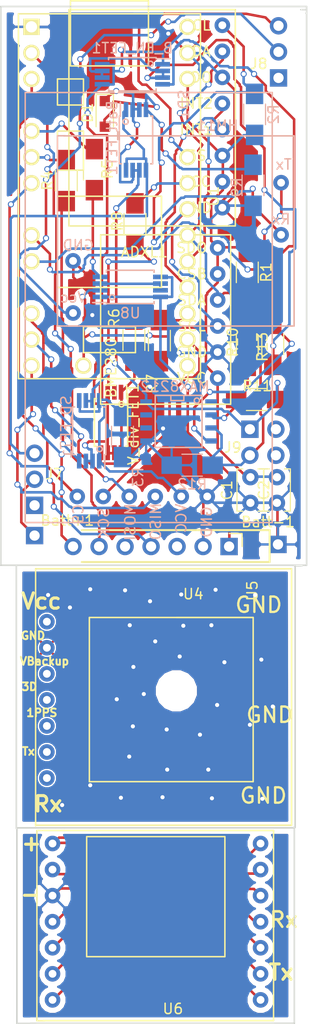
<source format=kicad_pcb>
(kicad_pcb (version 4) (host pcbnew 4.0.6)
  (layers (0 F.Cu signal) (31 B.Cu signal) (34 B.Paste user hide) (35 F.Paste user hide) (36 B.SilkS user hide) (37 F.SilkS user) (38 B.Mask user hide) (39 F.Mask user hide) (44 Edge.Cuts user))
  (net 0 "")
  (net 1 +3V3)
  (net 2 GND)
  (net 3 "Net-(U1-Pad20)")
  (net 4 "Net-(U1-Pad7)")
  (net 5 "Net-(U4-Pad5)")
  (net 6 "Net-(U4-Pad6)")
  (net 7 "Net-(U4-Pad4)")
  (net 8 "Net-(U4-Pad10)")
  (net 9 "Net-(U4-Pad1)")
  (net 10 "Net-(U4-Pad9)")
  (net 11 "Net-(U1-Pad3)")
  (net 12 "Net-(U1-Pad2)")
  (net 13 "Net-(U5-Pad3)")
  (net 14 "Net-(U5-Pad5)")
  (net 15 "Net-(U6-Pad11)")
  (net 16 "Net-(U6-Pad13)")
  (net 17 "Net-(U6-Pad14)")
  (net 18 "Net-(U6-Pad15)")
  (net 19 "Net-(U6-Pad16)")
  (net 20 "Net-(U6-Pad1)")
  (net 21 "Net-(U6-Pad3)")
  (net 22 "Net-(U6-Pad10)")
  (net 23 "Net-(R3-Pad1)")
  (net 24 "Net-(R4-Pad1)")
  (net 25 "Net-(R4-Pad2)")
  (net 26 "Net-(R5-Pad1)")
  (net 27 "Net-(R5-Pad2)")
  (net 28 "Net-(U5-Pad1)")
  (net 29 "Net-(U6-Pad9)")
  (net 30 "Net-(U6-Pad12)")
  (net 31 "Net-(U6-Pad2)")
  (net 32 "Net-(U6-Pad4)")
  (net 33 "Net-(R6-Pad2)")
  (net 34 "Net-(U6-Pad5)")
  (net 35 "Net-(U6-Pad6)")
  (net 36 "Net-(U6-Pad7)")
  (net 37 +BATT)
  (net 38 "Net-(J8-Pad1)")
  (net 39 "Net-(J8-Pad3)")
  (net 40 "Net-(R6-Pad1)")
  (net 41 "Net-(R8-Pad1)")
  (net 42 "Net-(R8-Pad2)")
  (net 43 "Net-(ADXL1-Pad4)")
  (net 44 "Net-(ADXL1-Pad5)")
  (net 45 "Net-(ADXL1-Pad7)")
  (net 46 "Net-(ADXL1-Pad8)")
  (net 47 "Net-(HM11-Pad9)")
  (net 48 "Net-(HM11-Pad2)")
  (net 49 "Net-(HM11-Pad4)")
  (net 50 "Net-(J9-Pad2)")
  (net 51 "Net-(J9-Pad3)")
  (net 52 "Net-(J9-Pad4)")
  (net 53 "Net-(Batt_FET1-Pad1)")
  (net 54 "Net-(Batt_FET1-Pad4)")
  (net 55 "Net-(B_EN_FET1-Pad2)")
  (net 56 "Net-(B_EN_FET1-Pad4)")
  (net 57 "Net-(MAX8212-Pad2)")
  (net 58 "Net-(SD1-Pad6)")
  (net 59 "Net-(SD1-Pad5)")
  (net 60 "Net-(SD1-Pad4)")
  (net 61 "Net-(SD1-Pad3)")
  (net 62 "Net-(U4-Pad11)")
  (net 63 "Net-(Batt+1-Pad1)")
  (net 64 "Net-(J7-Pad1)")
  (net 65 "Net-(B_EN_FET1-Pad6)")
  (module EbayParts:TSSOP-8_4.4x3mm_Pitch0.65mm_custom (layer B.Cu) (at 134.5184 45.4152 270)
    (fp_text reference Batt_FET1 (at -0.2032 2.3368 270) (layer B.SilkS) (effects (justify mirror)))
    (fp_text value Batt_EnFDW254p)
    (pad 1 smd rect (at -2.95 0.975 270) (size 1.45 0.45) (layers B.Cu B.Paste B.Mask) (net 53 "Net-(Batt_FET1-Pad1)"))
    (pad 2 smd rect (at -2.95 0.325 270) (size 1.45 0.45) (layers B.Cu B.Paste B.Mask) (net 65 "Net-(B_EN_FET1-Pad6)"))
    (pad 2 smd rect (at -2.95 -0.325 270) (size 1.45 0.45) (layers B.Cu B.Paste B.Mask) (net 65 "Net-(B_EN_FET1-Pad6)"))
    (pad 4 smd rect (at -2.95 -0.975 270) (size 1.45 0.45) (layers B.Cu B.Paste B.Mask) (net 54 "Net-(Batt_FET1-Pad4)"))
    (pad 1 smd rect (at 2.95 -0.975 270) (size 1.45 0.45) (layers B.Cu B.Paste B.Mask) (net 53 "Net-(Batt_FET1-Pad1)"))
    (pad 2 smd rect (at 2.95 -0.325 270) (size 1.45 0.45) (layers B.Cu B.Paste B.Mask) (net 65 "Net-(B_EN_FET1-Pad6)"))
    (pad 2 smd rect (at 2.95 0.325 270) (size 1.45 0.45) (layers B.Cu B.Paste B.Mask) (net 65 "Net-(B_EN_FET1-Pad6)"))
    (pad 1 smd rect (at 2.95 0.975 270) (size 1.45 0.45) (layers B.Cu B.Paste B.Mask) (net 53 "Net-(Batt_FET1-Pad1)"))
  )
  (module EbayParts:ADXL345_Breakout (layer F.Cu) (at 144.2212 32.7152 180)
    (fp_text reference ADXL1 (at 8.89 -23.63 180) (layer F.SilkS))
    (fp_text value ADXL345_Breakout)
    (fp_text user SCL (at 3.81 -1.524 180) (layer F.SilkS))
    (fp_text user SDA (at 3.81 -4.064 180) (layer F.SilkS))
    (fp_text user SDO (at 3.81 -6.604 180) (layer F.SilkS))
    (fp_text user INT2 (at 3.81 -9.144 180) (layer F.SilkS))
    (fp_text user INT1 (at 3.81 -11.684 360) (layer F.SilkS))
    (fp_text user CS (at 3.81 -14.224 180) (layer F.SilkS))
    (fp_text user VCC (at 3.81 -16.764 180) (layer F.SilkS))
    (fp_text user GND (at 3.81 -19.304 180) (layer F.SilkS))
    (pad 1 thru_hole circle (at 1.27 -19.304 180) (size 1.524 1.524) (drill 0.762) (layers *.Cu *.Mask) (net 2 GND))
    (pad 2 thru_hole circle (at 1.27 -16.764 180) (size 1.524 1.524) (drill 0.762) (layers *.Cu *.Mask) (net 1 +3V3))
    (pad 3 thru_hole circle (at 1.27 -14.224 180) (size 1.524 1.524) (drill 0.762) (layers *.Cu *.Mask) (net 1 +3V3))
    (pad 4 thru_hole circle (at 1.27 -11.684 180) (size 1.524 1.524) (drill 0.762) (layers *.Cu *.Mask) (net 43 "Net-(ADXL1-Pad4)"))
    (pad 5 thru_hole circle (at 1.27 -9.144 180) (size 1.524 1.524) (drill 0.762) (layers *.Cu *.Mask) (net 44 "Net-(ADXL1-Pad5)"))
    (pad 6 thru_hole circle (at 1.27 -6.604 180) (size 1.524 1.524) (drill 0.762) (layers *.Cu *.Mask) (net 2 GND))
    (pad 7 thru_hole circle (at 1.27 -4.064 180) (size 1.524 1.524) (drill 0.762) (layers *.Cu *.Mask) (net 45 "Net-(ADXL1-Pad7)"))
    (pad 8 thru_hole circle (at 1.27 -1.524 180) (size 1.524 1.524) (drill 0.762) (layers *.Cu *.Mask) (net 46 "Net-(ADXL1-Pad8)"))
  )
  (module Resistors_SMD:R_1206_HandSoldering (layer F.Cu) (at 134.4168 53.594 90)
    (fp_text reference R8 (at 0.254 -1.7272 90) (layer F.SilkS))
    (fp_text value 10k)
    (pad 1 smd rect (at -2 0 90) (size 2 1.7) (layers F.Cu F.Paste F.Mask) (net 41 "Net-(R8-Pad1)"))
    (pad 2 smd rect (at 2 0 90) (size 2 1.7) (layers F.Cu F.Paste F.Mask) (net 42 "Net-(R8-Pad2)"))
  )
  (module Resistors_SMD:R_1206_HandSoldering (layer B.Cu) (at 145.9484 49.8348 90)
    (fp_text reference R9 (at -0.2032 -1.5748 90) (layer B.SilkS) (effects (justify mirror)))
    (fp_text value 100k)
    (pad 1 smd rect (at -2 0 90) (size 2 1.7) (layers B.Cu B.Paste B.Mask) (net 2 GND))
    (pad 2 smd rect (at 2 0 90) (size 2 1.7) (layers B.Cu B.Paste B.Mask) (net 54 "Net-(Batt_FET1-Pad4)"))
  )
  (module Capacitors_THT:C_Rect_L4.0mm_W2.5mm_P2.50mm (layer F.Cu) (at 145.6944 78.2828 270)
    (fp_text reference C1 (at 1.27 2.286 270) (layer F.SilkS))
    (fp_text value C)
    (pad 1 thru_hole circle (at 0 0 270) (size 1.6 1.6) (drill 0.8) (layers *.Cu *.Mask) (net 1 +3V3))
    (pad 2 thru_hole circle (at 2.5 0 270) (size 1.6 1.6) (drill 0.8) (layers *.Cu *.Mask) (net 2 GND))
  )
  (module Capacitors_THT:C_Rect_L4.0mm_W2.5mm_P2.50mm (layer F.Cu) (at 148.2852 78.2828 270)
    (fp_text reference C2 (at 1.27 1.27 270) (layer F.SilkS))
    (fp_text value C)
    (pad 1 thru_hole circle (at 0 0 270) (size 1.6 1.6) (drill 0.8) (layers *.Cu *.Mask) (net 1 +3V3))
    (pad 2 thru_hole circle (at 2.5 0 270) (size 1.6 1.6) (drill 0.8) (layers *.Cu *.Mask) (net 2 GND))
  )
  (module Resistors_SMD:R_1206_HandSoldering (layer F.Cu) (at 145.3896 58.3184 270)
    (fp_text reference R1 (at 0 -1.85 270) (layer F.SilkS))
    (fp_text value R)
    (pad 1 smd rect (at -2 0 270) (size 2 1.7) (layers F.Cu F.Paste F.Mask) (net 1 +3V3))
    (pad 2 smd rect (at 2 0 270) (size 2 1.7) (layers F.Cu F.Paste F.Mask) (net 45 "Net-(ADXL1-Pad7)"))
  )
  (module Resistors_SMD:R_1206_HandSoldering (layer B.Cu) (at 146.1008 42.926 90)
    (fp_text reference R2 (at 0 1.85 90) (layer B.SilkS) (effects (justify mirror)))
    (fp_text value R)
    (pad 1 smd rect (at -2 0 90) (size 2 1.7) (layers B.Cu B.Paste B.Mask) (net 1 +3V3))
    (pad 2 smd rect (at 2 0 90) (size 2 1.7) (layers B.Cu B.Paste B.Mask) (net 46 "Net-(ADXL1-Pad8)"))
  )
  (module Resistors_SMD:R_1206_HandSoldering (layer B.Cu) (at 133.1976 74.3204 270)
    (fp_text reference R3 (at 3.9624 -1.524 270) (layer B.SilkS) (effects (justify mirror)))
    (fp_text value R_Small)
    (pad 1 smd rect (at -2 0 270) (size 2 1.7) (layers B.Cu B.Paste B.Mask) (net 23 "Net-(R3-Pad1)"))
    (pad 2 smd rect (at 2 0 270) (size 2 1.7) (layers B.Cu B.Paste B.Mask) (net 2 GND))
  )
  (module Resistors_SMD:R_1206_HandSoldering (layer F.Cu) (at 127.7112 49.3776 90)
    (fp_text reference R4 (at 0 -1.85 90) (layer F.SilkS))
    (fp_text value R_Small)
    (pad 1 smd rect (at -2 0 90) (size 2 1.7) (layers F.Cu F.Paste F.Mask) (net 24 "Net-(R4-Pad1)"))
    (pad 2 smd rect (at 2 0 90) (size 2 1.7) (layers F.Cu F.Paste F.Mask) (net 25 "Net-(R4-Pad2)"))
  )
  (module Resistors_SMD:R_1206_HandSoldering (layer F.Cu) (at 130.4544 48.3108 90)
    (fp_text reference R5 (at 0.0508 1.27 90) (layer F.SilkS))
    (fp_text value R_Small)
    (pad 1 smd rect (at -2 0 90) (size 2 1.7) (layers F.Cu F.Paste F.Mask) (net 26 "Net-(R5-Pad1)"))
    (pad 2 smd rect (at 2 0 90) (size 2 1.7) (layers F.Cu F.Paste F.Mask) (net 27 "Net-(R5-Pad2)"))
  )
  (module Resistors_SMD:R_1206_HandSoldering (layer F.Cu) (at 134.3152 64.9224 270)
    (fp_text reference R6 (at -2.1336 1.9304 270) (layer F.SilkS))
    (fp_text value R)
    (pad 1 smd rect (at -2 0 270) (size 2 1.7) (layers F.Cu F.Paste F.Mask) (net 40 "Net-(R6-Pad1)"))
    (pad 2 smd rect (at 2 0 270) (size 2 1.7) (layers F.Cu F.Paste F.Mask) (net 33 "Net-(R6-Pad2)"))
  )
  (module Resistors_SMD:R_1206_HandSoldering (layer F.Cu) (at 136.8044 64.9732 270)
    (fp_text reference R7 (at 4.2164 0.7112 270) (layer F.SilkS))
    (fp_text value R)
    (pad 1 smd rect (at -2 0 270) (size 2 1.7) (layers F.Cu F.Paste F.Mask) (net 40 "Net-(R6-Pad1)"))
    (pad 2 smd rect (at 2 0 270) (size 2 1.7) (layers F.Cu F.Paste F.Mask) (net 2 GND))
  )
  (module Diodes_SMD:D_SOD-323_HandSoldering (layer F.Cu) (at 131.4704 42.8752 270)
    (fp_text reference D1 (at -0.1016 1.6764 270) (layer F.SilkS))
    (fp_text value D_Schottky)
    (pad 1 smd rect (at -1.25 0 270) (size 1 1) (layers F.Cu F.Paste F.Mask) (net 65 "Net-(B_EN_FET1-Pad6)"))
    (pad 2 smd rect (at 1.25 0 270) (size 1 1) (layers F.Cu F.Paste F.Mask) (net 54 "Net-(Batt_FET1-Pad4)"))
  )
  (module Resistors_SMD:R_1206_HandSoldering (layer F.Cu) (at 145.3896 65.4304 270)
    (fp_text reference R10 (at -0.3048 1.4224 270) (layer F.SilkS))
    (fp_text value 1M)
    (pad 1 smd rect (at -2 0 270) (size 2 1.7) (layers F.Cu F.Paste F.Mask) (net 51 "Net-(J9-Pad3)"))
    (pad 2 smd rect (at 2 0 270) (size 2 1.7) (layers F.Cu F.Paste F.Mask) (net 57 "Net-(MAX8212-Pad2)"))
  )
  (module Resistors_SMD:R_1206_HandSoldering (layer F.Cu) (at 146.304 70.7136)
    (fp_text reference R11 (at 0.0508 -1.3208) (layer F.SilkS))
    (fp_text value 1M)
    (pad 1 smd rect (at -2 0) (size 2 1.7) (layers F.Cu F.Paste F.Mask) (net 57 "Net-(MAX8212-Pad2)"))
    (pad 2 smd rect (at 2 0) (size 2 1.7) (layers F.Cu F.Paste F.Mask) (net 65 "Net-(B_EN_FET1-Pad6)"))
  )
  (module Resistors_SMD:R_1206_HandSoldering (layer B.Cu) (at 140.0048 77.1144)
    (fp_text reference R12 (at 0 1.85) (layer B.SilkS) (effects (justify mirror)))
    (fp_text value 1M)
    (pad 1 smd rect (at -2 0) (size 2 1.7) (layers B.Cu B.Paste B.Mask) (net 2 GND))
    (pad 2 smd rect (at 2 0) (size 2 1.7) (layers B.Cu B.Paste B.Mask) (net 51 "Net-(J9-Pad3)"))
  )
  (module Resistors_SMD:R_1206_HandSoldering (layer F.Cu) (at 147.8788 65.3288 270)
    (fp_text reference R13 (at 0.254 1.016 270) (layer F.SilkS))
    (fp_text value 1M)
    (pad 1 smd rect (at -2 0 270) (size 2 1.7) (layers F.Cu F.Paste F.Mask) (net 56 "Net-(B_EN_FET1-Pad4)"))
    (pad 2 smd rect (at 2 0 270) (size 2 1.7) (layers F.Cu F.Paste F.Mask) (net 55 "Net-(B_EN_FET1-Pad2)"))
  )
  (module EbayParts:TSSOP-8_4.4x3mm_Pitch0.65mm_custom (layer F.Cu) (at 132.08 72.9488 270)
    (fp_text reference V_div_FET1 (at 0.1524 -2.1844 270) (layer F.SilkS))
    (fp_text value VDiv_FDW254p)
    (pad 1 smd rect (at -2.95 -0.975 270) (size 1.45 0.45) (layers F.Cu F.Paste F.Mask) (net 33 "Net-(R6-Pad2)"))
    (pad 2 smd rect (at -2.95 -0.325 270) (size 1.45 0.45) (layers F.Cu F.Paste F.Mask) (net 37 +BATT))
    (pad 2 smd rect (at -2.95 0.325 270) (size 1.45 0.45) (layers F.Cu F.Paste F.Mask) (net 37 +BATT))
    (pad 4 smd rect (at -2.95 0.975 270) (size 1.45 0.45) (layers F.Cu F.Paste F.Mask) (net 41 "Net-(R8-Pad1)"))
    (pad 1 smd rect (at 2.95 0.975 270) (size 1.45 0.45) (layers F.Cu F.Paste F.Mask) (net 33 "Net-(R6-Pad2)"))
    (pad 2 smd rect (at 2.95 0.325 270) (size 1.45 0.45) (layers F.Cu F.Paste F.Mask) (net 37 +BATT))
    (pad 2 smd rect (at 2.95 -0.325 270) (size 1.45 0.45) (layers F.Cu F.Paste F.Mask) (net 37 +BATT))
    (pad 1 smd rect (at 2.95 -0.975 270) (size 1.45 0.45) (layers F.Cu F.Paste F.Mask) (net 33 "Net-(R6-Pad2)"))
  )
  (module EbayParts:TSSOP-8_4.4x3mm_Pitch0.65mm_custom (layer B.Cu) (at 134.1628 39.0144 180)
    (fp_text reference B_EN_FET1 (at 0 2.55 180) (layer B.SilkS) (effects (justify mirror)))
    (fp_text value Batt_En_FET)
    (pad 1 smd rect (at -2.95 0.975 180) (size 1.45 0.45) (layers B.Cu B.Paste B.Mask) (net 37 +BATT))
    (pad 2 smd rect (at -2.95 0.325 180) (size 1.45 0.45) (layers B.Cu B.Paste B.Mask) (net 55 "Net-(B_EN_FET1-Pad2)"))
    (pad 2 smd rect (at -2.95 -0.325 180) (size 1.45 0.45) (layers B.Cu B.Paste B.Mask) (net 55 "Net-(B_EN_FET1-Pad2)"))
    (pad 4 smd rect (at -2.95 -0.975 180) (size 1.45 0.45) (layers B.Cu B.Paste B.Mask) (net 56 "Net-(B_EN_FET1-Pad4)"))
    (pad 1 smd rect (at 2.95 -0.975 180) (size 1.45 0.45) (layers B.Cu B.Paste B.Mask) (net 37 +BATT))
    (pad 2 smd rect (at 2.95 -0.325 180) (size 1.45 0.45) (layers B.Cu B.Paste B.Mask) (net 55 "Net-(B_EN_FET1-Pad2)"))
    (pad 2 smd rect (at 2.95 0.325 180) (size 1.45 0.45) (layers B.Cu B.Paste B.Mask) (net 55 "Net-(B_EN_FET1-Pad2)"))
    (pad 1 smd rect (at 2.95 0.975 180) (size 1.45 0.45) (layers B.Cu B.Paste B.Mask) (net 37 +BATT))
  )
  (module EbayParts:TSSOP-8_4.4x3mm_Pitch0.65mm_custom (layer B.Cu) (at 129.9464 73.7616 90)
    (fp_text reference SD_FET1 (at 0.3556 -2.2352 90) (layer B.SilkS) (effects (justify mirror)))
    (fp_text value SD_EN_FDW254p)
    (pad 1 smd rect (at -2.95 0.975 90) (size 1.45 0.45) (layers B.Cu B.Paste B.Mask) (net 23 "Net-(R3-Pad1)"))
    (pad 2 smd rect (at -2.95 0.325 90) (size 1.45 0.45) (layers B.Cu B.Paste B.Mask) (net 37 +BATT))
    (pad 2 smd rect (at -2.95 -0.325 90) (size 1.45 0.45) (layers B.Cu B.Paste B.Mask) (net 37 +BATT))
    (pad 4 smd rect (at -2.95 -0.975 90) (size 1.45 0.45) (layers B.Cu B.Paste B.Mask) (net 24 "Net-(R4-Pad1)"))
    (pad 1 smd rect (at 2.95 -0.975 90) (size 1.45 0.45) (layers B.Cu B.Paste B.Mask) (net 23 "Net-(R3-Pad1)"))
    (pad 2 smd rect (at 2.95 -0.325 90) (size 1.45 0.45) (layers B.Cu B.Paste B.Mask) (net 37 +BATT))
    (pad 2 smd rect (at 2.95 0.325 90) (size 1.45 0.45) (layers B.Cu B.Paste B.Mask) (net 37 +BATT))
    (pad 1 smd rect (at 2.95 0.975 90) (size 1.45 0.45) (layers B.Cu B.Paste B.Mask) (net 23 "Net-(R3-Pad1)"))
  )
  (module EbayParts:SOIC-8-N (layer B.Cu) (at 138.684 72.8472 270)
    (fp_text reference MAX8212 (at -3.4036 0.3556 360) (layer B.SilkS) (effects (justify mirror)))
    (fp_text value MAX8212)
    (pad 8 smd rect (at -1.905 3.175 270) (size 0.508 1.143) (layers B.Cu B.Paste B.Mask) (net 65 "Net-(B_EN_FET1-Pad6)"))
    (pad 7 smd rect (at -0.635 3.175 270) (size 0.508 1.143) (layers B.Cu B.Paste B.Mask))
    (pad 6 smd rect (at 0.635 3.175 270) (size 0.508 1.143) (layers B.Cu B.Paste B.Mask))
    (pad 5 smd rect (at 1.905 3.175 270) (size 0.508 1.143) (layers B.Cu B.Paste B.Mask) (net 2 GND))
    (pad 4 smd rect (at 1.905 -3.175 270) (size 0.508 1.143) (layers B.Cu B.Paste B.Mask) (net 56 "Net-(B_EN_FET1-Pad4)"))
    (pad 3 smd rect (at 0.635 -3.175 270) (size 0.508 1.143) (layers B.Cu B.Paste B.Mask) (net 51 "Net-(J9-Pad3)"))
    (pad 2 smd rect (at -0.635 -3.175 270) (size 0.508 1.143) (layers B.Cu B.Paste B.Mask) (net 57 "Net-(MAX8212-Pad2)"))
    (pad 1 smd rect (at -1.905 -3.175 270) (size 0.508 1.143) (layers B.Cu B.Paste B.Mask))
  )
  (module EbayParts:HM-11_BreakConns (layer B.Cu) (at 149.9616 63.5508 180)
    (fp_text reference HM11 (at 7.5 19.532 180) (layer B.SilkS) (effects (justify mirror)))
    (fp_text value HM-11_BreakConns)
    (fp_text user Vcc (at 21.59 2.794 180) (layer B.SilkS) (effects (justify mirror)))
    (fp_text user GND (at 21.082 7.874 180) (layer B.SilkS) (effects (justify mirror)))
    (fp_text user Rx (at 1.27 10.414 180) (layer B.SilkS) (effects (justify mirror)))
    (fp_text user Tx (at 1.016 15.748 180) (layer B.SilkS) (effects (justify mirror)))
    (pad 9 thru_hole circle (at 21.59 1.27 180) (size 1.524 1.524) (drill 0.762) (layers *.Cu *.Mask) (net 47 "Net-(HM11-Pad9)"))
    (pad 12 thru_hole circle (at 21.59 6.35 180) (size 1.524 1.524) (drill 0.762) (layers *.Cu *.Mask) (net 2 GND))
    (pad 2 thru_hole circle (at 1.27 13.97 180) (size 1.524 1.524) (drill 0.762) (layers *.Cu *.Mask) (net 48 "Net-(HM11-Pad2)"))
    (pad 4 thru_hole circle (at 1.27 8.89 180) (size 1.524 1.524) (drill 0.762) (layers *.Cu *.Mask) (net 49 "Net-(HM11-Pad4)"))
  )
  (module EbayParts:GNS601_Breakout (layer F.Cu) (at 124.714 112.2045)
    (fp_text reference U4 (at 15.4 -22.53) (layer F.SilkS))
    (fp_text value GNS601_Breakout)
    (pad 10 thru_hole circle (at 1.1 -4.6) (size 1.524 1.524) (drill 0.762) (layers F.Cu F.Paste F.Mask) (net 8 "Net-(U4-Pad10)"))
    (pad 1 thru_hole circle (at 1.1 -19.84) (size 1.524 1.524) (drill 0.762) (layers F.Cu F.Mask) (net 9 "Net-(U4-Pad1)"))
    (pad 9 thru_hole circle (at 1.1 -7.14) (size 1.524 1.524) (drill 0.762) (layers F.Cu F.Paste F.Mask) (net 10 "Net-(U4-Pad9)"))
    (pad 6 thru_hole circle (at 1.1 -9.68) (size 1.524 1.524) (drill 0.762) (layers F.Cu F.Paste F.Mask) (net 6 "Net-(U4-Pad6)"))
    (pad 4 thru_hole circle (at 1.1 -14.76) (size 1.524 1.524) (drill 0.762) (layers F.Cu F.Paste F.Mask) (net 7 "Net-(U4-Pad4)"))
    (pad 5 thru_hole circle (at 1.1 -12.22) (size 1.524 1.524) (drill 0.762) (layers F.Cu F.Paste F.Mask) (net 5 "Net-(U4-Pad5)"))
    (pad 11 smd rect (at 21.25 -5.97) (size 2 1) (layers F.Cu F.Paste F.Mask) (net 62 "Net-(U4-Pad11)"))
    (pad 12 smd rect (at 21.25 -13.47) (size 2 1) (layers F.Cu F.Paste F.Mask) (net 62 "Net-(U4-Pad11)"))
    (pad 13 smd rect (at 21.25 -18.97) (size 2 1) (layers F.Cu F.Paste F.Mask) (net 62 "Net-(U4-Pad11)"))
    (pad 8 smd rect (at 5.25 -8.47) (size 2 1) (layers F.Cu F.Paste F.Mask) (net 62 "Net-(U4-Pad11)"))
    (pad 7 smd rect (at 5.25 -9.97) (size 2 1) (layers F.Cu F.Paste F.Mask))
    (pad 6 smd rect (at 5.25 -11.47) (size 2 1) (layers F.Cu F.Paste F.Mask) (net 6 "Net-(U4-Pad6)"))
    (pad 9 smd rect (at 5.25 -6.97) (size 2 1) (layers F.Cu F.Paste F.Mask) (net 10 "Net-(U4-Pad9)"))
    (pad 10 smd rect (at 5.25 -5.47) (size 2 1) (layers F.Cu F.Paste F.Mask) (net 8 "Net-(U4-Pad10)"))
    (pad 5 smd rect (at 5.25 -12.97) (size 2 1) (layers F.Cu F.Paste F.Mask) (net 5 "Net-(U4-Pad5)"))
    (pad 4 smd rect (at 5.25 -14.47) (size 2 1) (layers F.Cu F.Paste F.Mask) (net 7 "Net-(U4-Pad4)"))
    (pad 1 smd rect (at 5.25 -18.97) (size 2 1) (layers F.Cu F.Paste F.Mask) (net 9 "Net-(U4-Pad1)"))
    (pad 2 smd rect (at 5.25 -17.47) (size 2 1) (layers F.Cu F.Paste F.Mask))
    (pad 3 smd rect (at 5.25 -15.97) (size 2 1) (layers F.Cu F.Paste F.Mask) (net 62 "Net-(U4-Pad11)"))
    (pad "" np_thru_hole circle (at 13.75 -13.1) (size 3 3) (drill 3) (layers *.Cu *.Mask))
    (pad 3 thru_hole circle (at 1.1 -17.3) (size 1.524 1.524) (drill 0.762) (layers F.Cu F.Paste F.Mask) (net 62 "Net-(U4-Pad11)"))
  )
  (module EbayParts:HM-11_Breakout (layer F.Cu) (at 147.955 112.7125 180)
    (fp_text reference U6 (at 9.8298 -17.3863 180) (layer F.SilkS))
    (fp_text value HM-11)
    (pad 9 thru_hole circle (at 21.59 -1.27 180) (size 1.524 1.524) (drill 0.762) (layers *.Cu *.Mask) (net 29 "Net-(U6-Pad9)"))
    (pad 11 thru_hole circle (at 21.59 -3.81 180) (size 1.524 1.524) (drill 0.762) (layers *.Cu *.Mask) (net 15 "Net-(U6-Pad11)"))
    (pad 12 thru_hole circle (at 21.59 -6.35 180) (size 1.524 1.524) (drill 0.762) (layers *.Cu *.Mask) (net 30 "Net-(U6-Pad12)"))
    (pad 13 thru_hole circle (at 21.59 -8.89 180) (size 1.524 1.524) (drill 0.762) (layers *.Cu *.Mask) (net 16 "Net-(U6-Pad13)"))
    (pad 14 thru_hole circle (at 21.59 -11.43 180) (size 1.524 1.524) (drill 0.762) (layers *.Cu *.Mask) (net 17 "Net-(U6-Pad14)"))
    (pad 15 thru_hole circle (at 21.59 -13.97 180) (size 1.524 1.524) (drill 0.762) (layers *.Cu *.Mask) (net 18 "Net-(U6-Pad15)"))
    (pad 16 thru_hole circle (at 21.59 -16.51 180) (size 1.524 1.524) (drill 0.762) (layers *.Cu *.Mask) (net 19 "Net-(U6-Pad16)"))
    (pad 1 thru_hole circle (at 1.27 -16.51 180) (size 1.524 1.524) (drill 0.762) (layers *.Cu *.Mask) (net 20 "Net-(U6-Pad1)"))
    (pad 2 thru_hole circle (at 1.27 -13.97 180) (size 1.524 1.524) (drill 0.762) (layers *.Cu *.Mask) (net 31 "Net-(U6-Pad2)"))
    (pad 3 thru_hole circle (at 1.27 -11.43 180) (size 1.524 1.524) (drill 0.762) (layers *.Cu *.Mask) (net 21 "Net-(U6-Pad3)"))
    (pad 4 thru_hole circle (at 1.27 -8.89 180) (size 1.524 1.524) (drill 0.762) (layers *.Cu *.Mask) (net 32 "Net-(U6-Pad4)"))
    (pad 5 thru_hole circle (at 1.27 -6.35 180) (size 1.524 1.524) (drill 0.762) (layers *.Cu *.Mask) (net 34 "Net-(U6-Pad5)"))
    (pad 6 thru_hole circle (at 1.27 -3.81 180) (size 1.524 1.524) (drill 0.762) (layers *.Cu *.Mask) (net 35 "Net-(U6-Pad6)"))
    (pad 8 smd rect (at 4.454 -1.2 180) (size 2.4 0.9) (layers F.Cu F.Paste F.Mask))
    (pad 7 smd rect (at 4.454 -2.7 180) (size 2.4 0.9) (layers F.Cu F.Paste F.Mask) (net 36 "Net-(U6-Pad7)"))
    (pad 6 smd rect (at 4.454 -4.2 180) (size 2.4 0.9) (layers F.Cu F.Paste F.Mask) (net 35 "Net-(U6-Pad6)"))
    (pad 5 smd rect (at 4.454 -5.7 180) (size 2.4 0.9) (layers F.Cu F.Paste F.Mask) (net 34 "Net-(U6-Pad5)"))
    (pad 4 smd rect (at 4.454 -7.2 180) (size 2.4 0.9) (layers F.Cu F.Paste F.Mask) (net 32 "Net-(U6-Pad4)"))
    (pad 3 smd rect (at 4.454 -8.7 180) (size 2.4 0.9) (layers F.Cu F.Paste F.Mask) (net 21 "Net-(U6-Pad3)"))
    (pad 2 smd rect (at 4.454 -10.2 180) (size 2.4 0.9) (layers F.Cu F.Paste F.Mask) (net 31 "Net-(U6-Pad2)"))
    (pad 1 smd rect (at 4.454 -11.7 180) (size 2.4 0.9) (layers F.Cu F.Paste F.Mask) (net 20 "Net-(U6-Pad1)"))
    (pad 16 smd rect (at 18.554 -11.7 180) (size 2.4 0.9) (layers F.Cu F.Paste F.Mask) (net 19 "Net-(U6-Pad16)"))
    (pad 15 smd rect (at 18.554 -10.2 180) (size 2.4 0.9) (layers F.Cu F.Paste F.Mask) (net 18 "Net-(U6-Pad15)"))
    (pad 14 smd rect (at 18.554 -8.7 180) (size 2.4 0.9) (layers F.Cu F.Paste F.Mask) (net 17 "Net-(U6-Pad14)"))
    (pad 13 smd rect (at 18.554 -7.2 180) (size 2.4 0.9) (layers F.Cu F.Paste F.Mask) (net 16 "Net-(U6-Pad13)"))
    (pad 12 smd rect (at 18.554 -5.7 180) (size 2.4 0.9) (layers F.Cu F.Paste F.Mask) (net 30 "Net-(U6-Pad12)"))
    (pad 11 smd rect (at 18.554 -4.2 180) (size 2.4 0.9) (layers F.Cu F.Paste F.Mask) (net 15 "Net-(U6-Pad11)"))
    (pad 10 smd rect (at 18.554 -2.7 180) (size 2.4 0.9) (layers F.Cu F.Paste F.Mask) (net 22 "Net-(U6-Pad10)"))
    (pad 7 thru_hole circle (at 1.27 -1.27 180) (size 1.524 1.524) (drill 0.762) (layers *.Cu *.Mask) (net 36 "Net-(U6-Pad7)"))
    (pad 9 smd rect (at 18.554 -1.2 180) (size 2.4 0.9) (layers F.Cu F.Paste F.Mask) (net 29 "Net-(U6-Pad9)"))
  )
  (module EbayParts:Pin_Header_1x03_Pitch2.54mm (layer F.Cu) (at 124.6124 81.026 180)
    (fp_text reference J7 (at -1.9304 3.048 180) (layer F.SilkS))
    (fp_text value BattSwitch)
    (pad 1 thru_hole rect (at 0 0 180) (size 1.7 1.7) (drill 1) (layers *.Cu *.Mask) (net 64 "Net-(J7-Pad1)"))
    (pad 2 thru_hole oval (at 0 2.54 180) (size 1.7 1.7) (drill 1) (layers *.Cu *.Mask) (net 63 "Net-(Batt+1-Pad1)"))
    (pad 3 thru_hole oval (at 0 5.08 180) (size 1.7 1.7) (drill 1) (layers *.Cu *.Mask) (net 53 "Net-(Batt_FET1-Pad1)"))
  )
  (module EbayParts:Pin_Header_1x03_Pitch2.54mm (layer F.Cu) (at 148.4376 39.37 180)
    (fp_text reference J8 (at 1.9304 1.3716 180) (layer F.SilkS))
    (fp_text value HM11Switch)
    (pad 1 thru_hole rect (at 0 0 180) (size 1.7 1.7) (drill 1) (layers *.Cu *.Mask) (net 38 "Net-(J8-Pad1)"))
    (pad 2 thru_hole oval (at 0 2.54 180) (size 1.7 1.7) (drill 1) (layers *.Cu *.Mask) (net 47 "Net-(HM11-Pad9)"))
    (pad 3 thru_hole oval (at 0 5.08 180) (size 1.7 1.7) (drill 1) (layers *.Cu *.Mask) (net 39 "Net-(J8-Pad3)"))
  )
  (module EbayParts:Pin_Header_Angled_2x02_Pitch2.54mm (layer F.Cu) (at 145.6436 73.6092)
    (fp_text reference J9 (at -1.6764 1.778) (layer F.SilkS))
    (fp_text value CONN_02X02)
    (pad 1 thru_hole rect (at 0 0) (size 1.7 1.7) (drill 1) (layers *.Cu *.Mask) (net 65 "Net-(B_EN_FET1-Pad6)"))
    (pad 2 thru_hole oval (at 2.54 0) (size 1.7 1.7) (drill 1) (layers *.Cu *.Mask) (net 50 "Net-(J9-Pad2)"))
    (pad 3 thru_hole oval (at 0 2.54) (size 1.7 1.7) (drill 1) (layers *.Cu *.Mask) (net 51 "Net-(J9-Pad3)"))
    (pad 4 thru_hole oval (at 2.54 2.54) (size 1.7 1.7) (drill 1) (layers *.Cu *.Mask) (net 52 "Net-(J9-Pad4)"))
  )
  (module EbayParts:BME280_Breakout (layer F.Cu) (at 131.064 71.1708)
    (fp_text reference BME280 (at 1.016 -3.556 90) (layer F.SilkS))
    (fp_text value BME280_Breakout)
    (fp_text user VCC (at 8.89 -2.54) (layer F.SilkS))
    (fp_text user GND (at 8.89 -5.08) (layer F.SilkS))
    (fp_text user SCL (at 8.89 -7.62) (layer F.SilkS))
    (fp_text user SDA (at 8.89 -10.16) (layer F.SilkS))
    (fp_text user CSB (at 8.89 -12.7) (layer F.SilkS))
    (fp_text user SDO (at 8.89 -15.24) (layer F.SilkS))
    (pad 1 thru_hole circle (at 11.43 -15.24) (size 1.524 1.524) (drill 0.762) (layers *.Cu *.Mask) (net 1 +3V3))
    (pad 2 thru_hole circle (at 11.43 -12.7) (size 1.524 1.524) (drill 0.762) (layers *.Cu *.Mask) (net 1 +3V3))
    (pad 3 thru_hole circle (at 11.43 -10.16) (size 1.524 1.524) (drill 0.762) (layers *.Cu *.Mask) (net 45 "Net-(ADXL1-Pad7)"))
    (pad 4 thru_hole circle (at 11.43 -7.62) (size 1.524 1.524) (drill 0.762) (layers *.Cu *.Mask) (net 46 "Net-(ADXL1-Pad8)"))
    (pad 5 thru_hole circle (at 11.43 -5.08) (size 1.524 1.524) (drill 0.762) (layers *.Cu *.Mask) (net 2 GND))
    (pad 6 thru_hole circle (at 11.43 -2.54) (size 1.524 1.524) (drill 0.762) (layers *.Cu *.Mask) (net 1 +3V3))
  )
  (module EbayParts:SDCard_Breakout (layer B.Cu) (at 147.828 40.7924 270)
    (fp_text reference SD1 (at 1.1684 8.636 270) (layer B.SilkS) (effects (justify mirror)))
    (fp_text value SDCard_Breakout)
    (fp_text user GND (at 41.8592 6.4008 270) (layer B.SilkS) (effects (justify mirror)))
    (fp_text user VCC (at 41.5036 8.89 270) (layer B.SilkS) (effects (justify mirror)))
    (fp_text user MISO (at 41.8084 11.3792 270) (layer B.SilkS) (effects (justify mirror)))
    (fp_text user MOSI (at 41.8592 13.8684 270) (layer B.SilkS) (effects (justify mirror)))
    (fp_text user SCK (at 41.9608 16.4592 270) (layer B.SilkS) (effects (justify mirror)))
    (fp_text user CS (at 41.0972 18.9484 270) (layer B.SilkS) (effects (justify mirror)))
    (pad 6 thru_hole circle (at 39.37 19.05 270) (size 1.524 1.524) (drill 0.762) (layers *.Cu *.Mask) (net 58 "Net-(SD1-Pad6)"))
    (pad 5 thru_hole circle (at 39.37 16.51 270) (size 1.524 1.524) (drill 0.762) (layers *.Cu *.Mask) (net 59 "Net-(SD1-Pad5)"))
    (pad 4 thru_hole circle (at 39.37 13.97 270) (size 1.524 1.524) (drill 0.762) (layers *.Cu *.Mask) (net 60 "Net-(SD1-Pad4)"))
    (pad 3 thru_hole circle (at 39.37 11.43 270) (size 1.524 1.524) (drill 0.762) (layers *.Cu *.Mask) (net 61 "Net-(SD1-Pad3)"))
    (pad 2 thru_hole circle (at 39.37 8.89 270) (size 1.524 1.524) (drill 0.762) (layers *.Cu *.Mask) (net 23 "Net-(R3-Pad1)"))
    (pad 1 thru_hole circle (at 39.37 6.35 270) (size 1.524 1.524) (drill 0.762) (layers *.Cu *.Mask) (net 2 GND))
  )
  (module EbayParts:Pin_Header_1x01_Pitch2.54mm (layer F.Cu) (at 124.6124 83.9724)
    (fp_text reference Batt+1 (at 3.2004 -1.4732) (layer F.SilkS))
    (fp_text value +Batt)
    (pad 1 thru_hole rect (at 0 0) (size 1.7 1.7) (drill 1) (layers *.Cu *.Mask) (net 63 "Net-(Batt+1-Pad1)"))
  )
  (module EbayParts:Pin_Header_1x01_Pitch2.54mm (layer F.Cu) (at 148.3868 84.836)
    (fp_text reference Batt-1 (at -0.9652 -2.1844) (layer F.SilkS))
    (fp_text value -Batt)
    (pad 1 thru_hole rect (at 0 0) (size 1.7 1.7) (drill 1) (layers *.Cu *.Mask) (net 2 GND))
  )
  (module EbayParts:Teensy_LC (layer F.Cu) (at 131.9276 50.9016 270)
    (fp_text reference U1 (at 0 -10.16 270) (layer F.SilkS))
    (fp_text value Teensy-LC)
    (pad 2 thru_hole circle (at -13.97 7.62 270) (size 1.6 1.6) (drill 1.1) (layers *.Cu *.Mask F.SilkS) (net 12 "Net-(U1-Pad2)"))
    (pad 27 thru_hole circle (at -1.27 -7.62 270) (size 1.6 1.6) (drill 1.1) (layers *.Cu *.Mask F.SilkS) (net 42 "Net-(R8-Pad2)"))
    (pad 21 thru_hole circle (at 13.97 -7.62 270) (size 1.6 1.6) (drill 1.1) (layers *.Cu *.Mask F.SilkS) (net 59 "Net-(SD1-Pad5)"))
    (pad 20 thru_hole circle (at 16.51 -7.62 270) (size 1.6 1.6) (drill 1.1) (layers *.Cu *.Mask F.SilkS) (net 3 "Net-(U1-Pad20)"))
    (pad 16 thru_hole circle (at 16.51 2.54 270) (size 1.6 1.6) (drill 1.1) (layers *.Cu *.Mask F.SilkS) (net 1 +3V3))
    (pad 14 thru_hole circle (at 16.51 7.62 270) (size 1.6 1.6) (drill 1.1) (layers *.Cu *.Mask F.SilkS) (net 61 "Net-(SD1-Pad3)"))
    (pad 22 thru_hole circle (at 11.43 -7.62 270) (size 1.6 1.6) (drill 1.1) (layers *.Cu *.Mask F.SilkS) (net 40 "Net-(R6-Pad1)"))
    (pad 23 thru_hole circle (at 8.89 -7.62 270) (size 1.6 1.6) (drill 1.1) (layers *.Cu *.Mask F.SilkS) (net 43 "Net-(ADXL1-Pad4)"))
    (pad 24 thru_hole circle (at 6.35 -7.62 270) (size 1.6 1.6) (drill 1.1) (layers *.Cu *.Mask F.SilkS) (net 44 "Net-(ADXL1-Pad5)"))
    (pad 25 thru_hole circle (at 3.81 -7.62 270) (size 1.6 1.6) (drill 1.1) (layers *.Cu *.Mask F.SilkS) (net 45 "Net-(ADXL1-Pad7)"))
    (pad 26 thru_hole circle (at 1.27 -7.62 270) (size 1.6 1.6) (drill 1.1) (layers *.Cu *.Mask F.SilkS) (net 46 "Net-(ADXL1-Pad8)"))
    (pad 28 thru_hole circle (at -3.81 -7.62 270) (size 1.6 1.6) (drill 1.1) (layers *.Cu *.Mask F.SilkS) (net 39 "Net-(J8-Pad3)"))
    (pad 31 thru_hole circle (at -11.43 -7.62 270) (size 1.6 1.6) (drill 1.1) (layers *.Cu *.Mask F.SilkS) (net 1 +3V3))
    (pad 1 thru_hole circle (at -13.97 -7.62 270) (size 1.6 1.6) (drill 1.1) (layers *.Cu *.Mask F.SilkS) (net 2 GND))
    (pad 33 thru_hole circle (at -16.51 -7.62 270) (size 1.6 1.6) (drill 1.1) (layers *.Cu *.Mask F.SilkS) (net 37 +BATT))
    (pad 13 thru_hole circle (at 13.97 7.62 270) (size 1.6 1.6) (drill 1.1) (layers *.Cu *.Mask F.SilkS) (net 60 "Net-(SD1-Pad4)"))
    (pad 12 thru_hole circle (at 11.43 7.62 270) (size 1.6 1.6) (drill 1.1) (layers *.Cu *.Mask F.SilkS) (net 58 "Net-(SD1-Pad6)"))
    (pad 10 thru_hole circle (at 6.35 7.62 270) (size 1.6 1.6) (drill 1.1) (layers *.Cu *.Mask F.SilkS) (net 49 "Net-(HM11-Pad4)"))
    (pad 9 thru_hole circle (at 3.81 7.62 270) (size 1.6 1.6) (drill 1.1) (layers *.Cu *.Mask F.SilkS) (net 48 "Net-(HM11-Pad2)"))
    (pad 7 thru_hole circle (at -1.27 7.62 270) (size 1.6 1.6) (drill 1.1) (layers *.Cu *.Mask F.SilkS) (net 4 "Net-(U1-Pad7)"))
    (pad 6 thru_hole circle (at -3.81 7.62 270) (size 1.6 1.6) (drill 1.1) (layers *.Cu *.Mask F.SilkS) (net 25 "Net-(R4-Pad2)"))
    (pad 5 thru_hole circle (at -6.35 7.62 270) (size 1.6 1.6) (drill 1.1) (layers *.Cu *.Mask F.SilkS) (net 27 "Net-(R5-Pad2)"))
    (pad 3 thru_hole circle (at -11.43 7.62 270) (size 1.6 1.6) (drill 1.1) (layers *.Cu *.Mask F.SilkS) (net 11 "Net-(U1-Pad3)"))
    (pad 1 thru_hole rect (at -16.51 7.62 270) (size 1.6 1.6) (drill 1.1) (layers *.Cu *.Mask F.SilkS) (net 2 GND))
  )
  (module EbayParts:Pin_Header_Angled_1x07_Pitch2.54mm (layer F.Cu) (at 143.6116 85.0392 270)
    (fp_text reference U5 (at 4.315 -2.27 270) (layer F.SilkS))
    (fp_text value "GPS Connector")
    (pad 1 thru_hole rect (at 0 0 270) (size 1.7 1.7) (drill 1) (layers *.Cu *.Mask) (net 28 "Net-(U5-Pad1)"))
    (pad 2 thru_hole oval (at 0 2.54 270) (size 1.7 1.7) (drill 1) (layers *.Cu *.Mask) (net 2 GND))
    (pad 3 thru_hole oval (at 0 5.08 270) (size 1.7 1.7) (drill 1) (layers *.Cu *.Mask) (net 13 "Net-(U5-Pad3)"))
    (pad 4 thru_hole oval (at 0 7.62 270) (size 1.7 1.7) (drill 1) (layers *.Cu *.Mask) (net 4 "Net-(U1-Pad7)"))
    (pad 5 thru_hole oval (at 0 10.16 270) (size 1.7 1.7) (drill 1) (layers *.Cu *.Mask) (net 14 "Net-(U5-Pad5)"))
    (pad 6 thru_hole oval (at 0 12.7 270) (size 1.7 1.7) (drill 1) (layers *.Cu *.Mask) (net 12 "Net-(U1-Pad2)"))
    (pad 7 thru_hole oval (at 0 15.24 270) (size 1.7 1.7) (drill 1) (layers *.Cu *.Mask) (net 11 "Net-(U1-Pad3)"))
  )
  (module EbayParts:TSSOP-8_4.4x3mm_Pitch0.65mm_custom (layer B.Cu) (at 133.9596 59.7408)
    (fp_text reference U8 (at 0 2.55) (layer B.SilkS) (effects (justify mirror)))
    (fp_text value GPS_FDW254p)
    (pad 1 smd rect (at -2.95 0.975) (size 1.45 0.45) (layers B.Cu B.Paste B.Mask) (net 28 "Net-(U5-Pad1)"))
    (pad 2 smd rect (at -2.95 0.325) (size 1.45 0.45) (layers B.Cu B.Paste B.Mask) (net 1 +3V3))
    (pad 2 smd rect (at -2.95 -0.325) (size 1.45 0.45) (layers B.Cu B.Paste B.Mask) (net 1 +3V3))
    (pad 4 smd rect (at -2.95 -0.975) (size 1.45 0.45) (layers B.Cu B.Paste B.Mask) (net 26 "Net-(R5-Pad1)"))
    (pad 1 smd rect (at 2.95 -0.975) (size 1.45 0.45) (layers B.Cu B.Paste B.Mask) (net 28 "Net-(U5-Pad1)"))
    (pad 2 smd rect (at 2.95 -0.325) (size 1.45 0.45) (layers B.Cu B.Paste B.Mask) (net 1 +3V3))
    (pad 2 smd rect (at 2.95 0.325) (size 1.45 0.45) (layers B.Cu B.Paste B.Mask) (net 1 +3V3))
    (pad 1 smd rect (at 2.95 0.975) (size 1.45 0.45) (layers B.Cu B.Paste B.Mask) (net 28 "Net-(U5-Pad1)"))
  )
  (gr_line (start 151.1808 32.4104) (end 151.1808 32.766) (angle 90) (layer Edge.Cuts) (width 0.15))
  (gr_line (start 121.3104 32.4104) (end 151.1808 32.4104) (angle 90) (layer Edge.Cuts) (width 0.15))
  (gr_line (start 121.3104 32.8168) (end 121.3104 32.4104) (angle 90) (layer Edge.Cuts) (width 0.15))
  (gr_line (start 151.1808 33.0708) (end 151.13 33.0708) (angle 90) (layer Edge.Cuts) (width 0.15))
  (gr_line (start 151.1808 32.7152) (end 151.1808 33.0708) (angle 90) (layer Edge.Cuts) (width 0.15))
  (gr_line (start 150.622 32.7152) (end 151.1808 32.7152) (angle 90) (layer Edge.Cuts) (width 0.15))
  (gr_line (start 121.3104 86.868) (end 151.1808 86.868) (angle 90) (layer Edge.Cuts) (width 0.15))
  (gr_line (start 121.9708 86.868) (end 121.3104 86.868) (angle 90) (layer Edge.Cuts) (width 0.15))
  (gr_text GND (at 124.46 93.726) (layer F.SilkS) (effects (font (size 0.762 0.762) (thickness 0.1905))))
  (gr_text VBackup (at 125.5776 96.2152) (layer F.SilkS) (effects (font (size 0.762 0.762) (thickness 0.1905))))
  (gr_text "3D\n" (at 124.1044 98.7044) (layer F.SilkS) (effects (font (size 0.762 0.762) (thickness 0.1905))))
  (gr_text 1PPS (at 125.3236 101.2444) (layer F.SilkS) (effects (font (size 0.762 0.762) (thickness 0.1905))))
  (gr_text Tx (at 124.0028 105.0036) (layer F.SilkS) (effects (font (size 0.762 0.762) (thickness 0.1905))))
  (gr_text Rx (at 125.9332 110.1344) (layer F.SilkS) (effects (font (size 1.5 1.5) (thickness 0.3))))
  (gr_text GND (at 147.574 101.4476) (layer F.SilkS) (effects (font (size 1.5 1.5) (thickness 0.2286))))
  (gr_text GND (at 146.5072 90.7288) (layer F.SilkS) (effects (font (size 1.5 1.5) (thickness 0.2286))))
  (gr_text GND (at 146.9644 109.3216) (layer F.SilkS) (effects (font (size 1.5 1.5) (thickness 0.2286))))
  (gr_text Vcc (at 125.2728 90.3732) (layer F.SilkS) (effects (font (size 1.5 1.5) (thickness 0.3))))
  (gr_text - (at 124.206 118.9228) (layer F.SilkS) (effects (font (size 1.5 1.5) (thickness 0.3))))
  (gr_text + (at 124.3076 113.9444) (layer F.SilkS) (effects (font (size 1.5 1.5) (thickness 0.3))))
  (gr_text Rx (at 148.9456 121.412) (layer F.SilkS) (effects (font (size 1.5 1.5) (thickness 0.254))))
  (gr_text Tx (at 148.6916 126.5428) (layer F.SilkS) (effects (font (size 1.5 1.5) (thickness 0.3))))
  (gr_line (start 121.3104 86.8172) (end 121.3104 32.8168) (angle 90) (layer Edge.Cuts) (width 0.15))
  (gr_line (start 122.8852 86.868) (end 121.8692 86.868) (angle 90) (layer Edge.Cuts) (width 0.15))
  (gr_line (start 150.0632 112.4204) (end 149.9108 112.4204) (angle 90) (layer Edge.Cuts) (width 0.15))
  (gr_line (start 150.0632 86.9188) (end 150.0632 112.4204) (angle 90) (layer Edge.Cuts) (width 0.15))
  (gr_line (start 150.0124 86.9188) (end 150.0632 86.9188) (angle 90) (layer Edge.Cuts) (width 0.15))
  (gr_line (start 150.7236 86.9188) (end 150.0124 86.9188) (angle 90) (layer Edge.Cuts) (width 0.15))
  (gr_line (start 150.6728 86.868) (end 150.7236 86.9188) (angle 90) (layer Edge.Cuts) (width 0.15))
  (gr_line (start 151.1808 32.8676) (end 151.1808 86.868) (angle 90) (layer Edge.Cuts) (width 0.15))
  (gr_line (start 122.8344 112.522) (end 122.8852 112.522) (angle 90) (layer Edge.Cuts) (width 0.15))
  (gr_line (start 122.8344 86.868) (end 122.8344 112.522) (angle 90) (layer Edge.Cuts) (width 0.15))
  (gr_line (start 124.1552 86.868) (end 122.8852 86.868) (angle 90) (layer Edge.Cuts) (width 0.15))
  (gr_line (start 122.8852 131.5212) (end 124.3584 131.5212) (angle 90) (layer Edge.Cuts) (width 0.15))
  (gr_line (start 147.574 83.439) (end 129.2225 83.439) (angle 90) (layer F.SilkS) (width 0.2))
  (gr_line (start 147.574 86.5505) (end 147.574 83.439) (angle 90) (layer F.SilkS) (width 0.2))
  (gr_line (start 129.2225 86.5505) (end 147.574 86.5505) (angle 90) (layer F.SilkS) (width 0.2))
  (gr_line (start 122.8725 112.4585) (end 124.206 112.4585) (angle 90) (layer Edge.Cuts) (width 0.15))
  (gr_line (start 149.987 131.5085) (end 149.987 112.395) (angle 90) (layer Edge.Cuts) (width 0.15))
  (gr_line (start 124.206 131.5085) (end 149.987 131.5085) (angle 90) (layer Edge.Cuts) (width 0.15))
  (gr_line (start 122.8852 112.4585) (end 122.8852 131.5085) (angle 90) (layer Edge.Cuts) (width 0.15))
  (gr_line (start 150.0505 86.868) (end 150.0505 86.995) (angle 90) (layer Edge.Cuts) (width 0.15))
  (gr_line (start 124.1425 86.868) (end 150.0505 86.868) (angle 90) (layer Edge.Cuts) (width 0.15))
  (gr_line (start 124.206 112.4585) (end 149.987 112.4585) (angle 90) (layer Edge.Cuts) (width 0.15))
  (segment (start 129.413 64.7192) (end 130.1496 64.262) (width 0.25) (layer F.Cu) (net 1))
  (segment (start 138.5316 63.7032) (end 141.351 63.7032) (width 0.25) (layer F.Cu) (net 1))
  (segment (start 137.668 64.5668) (end 138.5316 63.7032) (width 0.25) (layer F.Cu) (net 1))
  (segment (start 136.3472 64.5668) (end 137.668 64.5668) (width 0.25) (layer F.Cu) (net 1))
  (segment (start 135.8392 64.4652) (end 136.3472 64.5668) (width 0.25) (layer F.Cu) (net 1))
  (via (at 135.8392 64.4652) (size 0.6) (drill 0.4) (layers F.Cu B.Cu) (net 1))
  (segment (start 130.3528 64.4652) (end 135.8392 64.4652) (width 0.25) (layer B.Cu) (net 1))
  (via (at 130.2512 64.3636) (size 0.6) (drill 0.4) (layers F.Cu B.Cu) (net 1))
  (segment (start 130.1496 64.262) (end 130.2512 64.3636) (width 0.25) (layer F.Cu) (net 1))
  (segment (start 145.6944 78.2828) (end 145.669 78.232) (width 0.25) (layer F.Cu) (net 1))
  (segment (start 145.669 78.232) (end 145.288 78.232) (width 0.25) (layer F.Cu) (net 1))
  (segment (start 145.288 78.232) (end 142.494 75.438) (width 0.25) (layer F.Cu) (net 1))
  (segment (start 142.494 75.438) (end 142.494 68.6308) (width 0.25) (layer F.Cu) (net 1))
  (segment (start 142.9512 46.9392) (end 139.573 43.561) (width 0.25) (layer F.Cu) (net 1))
  (segment (start 139.573 43.561) (end 139.573 39.497) (width 0.25) (layer F.Cu) (net 1))
  (segment (start 139.573 39.497) (end 139.5476 39.4716) (width 0.25) (layer F.Cu) (net 1))
  (segment (start 131.0096 60.0658) (end 131.064 60.071) (width 0.25) (layer B.Cu) (net 1))
  (segment (start 131.064 60.071) (end 129.921 60.071) (width 0.25) (layer B.Cu) (net 1))
  (segment (start 129.921 60.071) (end 129.286 60.706) (width 0.25) (layer B.Cu) (net 1))
  (via (at 129.286 60.706) (size 0.6) (layers F.Cu B.Cu) (net 1))
  (segment (start 129.286 60.706) (end 129.54 60.96) (width 0.25) (layer F.Cu) (net 1))
  (segment (start 129.54 60.96) (end 129.54 62.611) (width 0.25) (layer F.Cu) (net 1))
  (segment (start 129.54 62.611) (end 129.413 62.738) (width 0.25) (layer F.Cu) (net 1))
  (segment (start 129.413 62.738) (end 129.413 64.7192) (width 0.25) (layer F.Cu) (net 1))
  (segment (start 129.413 64.7192) (end 129.413 67.437) (width 0.25) (layer F.Cu) (net 1))
  (segment (start 129.413 67.437) (end 129.3876 67.4116) (width 0.25) (layer F.Cu) (net 1))
  (segment (start 142.9512 46.9392) (end 143.129 46.863) (width 0.25) (layer B.Cu) (net 1))
  (segment (start 143.129 46.863) (end 145.034 44.958) (width 0.25) (layer B.Cu) (net 1))
  (segment (start 145.034 44.958) (end 146.05 44.958) (width 0.25) (layer B.Cu) (net 1))
  (segment (start 146.05 44.958) (end 146.1008 44.926) (width 0.25) (layer B.Cu) (net 1))
  (segment (start 142.494 68.6308) (end 142.494 68.58) (width 0.25) (layer F.Cu) (net 1))
  (segment (start 142.494 68.58) (end 141.351 67.437) (width 0.25) (layer F.Cu) (net 1))
  (segment (start 141.351 67.437) (end 141.351 63.7032) (width 0.25) (layer F.Cu) (net 1))
  (segment (start 141.351 63.7032) (end 141.351 60.579) (width 0.25) (layer F.Cu) (net 1))
  (segment (start 142.494 59.309) (end 142.494 58.4708) (width 0.25) (layer F.Cu) (net 1))
  (segment (start 141.478 60.325) (end 142.494 59.309) (width 0.25) (layer F.Cu) (net 1))
  (segment (start 141.478 60.452) (end 141.478 60.325) (width 0.25) (layer F.Cu) (net 1))
  (segment (start 141.351 60.579) (end 141.478 60.452) (width 0.25) (layer F.Cu) (net 1))
  (segment (start 142.494 55.9308) (end 142.494 55.88) (width 0.25) (layer F.Cu) (net 1))
  (segment (start 142.494 55.88) (end 141.859 55.245) (width 0.25) (layer F.Cu) (net 1))
  (segment (start 141.859 55.245) (end 141.859 51.435) (width 0.25) (layer F.Cu) (net 1))
  (segment (start 141.859 51.435) (end 143.002 50.292) (width 0.25) (layer F.Cu) (net 1))
  (segment (start 143.002 50.292) (end 143.002 49.53) (width 0.25) (layer F.Cu) (net 1))
  (segment (start 143.002 49.53) (end 142.9512 49.4792) (width 0.25) (layer F.Cu) (net 1))
  (segment (start 136.9096 59.4158) (end 136.906 59.436) (width 0.25) (layer B.Cu) (net 1))
  (segment (start 136.906 59.436) (end 131.064 59.436) (width 0.25) (layer B.Cu) (net 1))
  (segment (start 131.064 59.436) (end 131.0096 59.4158) (width 0.25) (layer B.Cu) (net 1))
  (segment (start 142.494 55.9308) (end 142.494 55.88) (width 0.25) (layer F.Cu) (net 1))
  (segment (start 142.494 55.88) (end 145.034 55.88) (width 0.25) (layer F.Cu) (net 1))
  (segment (start 145.034 55.88) (end 145.415 56.261) (width 0.25) (layer F.Cu) (net 1))
  (segment (start 145.415 56.261) (end 145.3896 56.3184) (width 0.25) (layer F.Cu) (net 1))
  (segment (start 145.6944 78.2828) (end 145.669 78.232) (width 0.25) (layer B.Cu) (net 1))
  (segment (start 145.669 78.232) (end 148.336 78.232) (width 0.25) (layer B.Cu) (net 1))
  (segment (start 148.336 78.232) (end 148.2852 78.2828) (width 0.25) (layer B.Cu) (net 1))
  (segment (start 142.9512 49.4792) (end 143.002 49.53) (width 0.25) (layer F.Cu) (net 1))
  (segment (start 143.002 49.53) (end 143.002 46.99) (width 0.25) (layer F.Cu) (net 1))
  (segment (start 143.002 46.99) (end 142.9512 46.9392) (width 0.25) (layer F.Cu) (net 1))
  (segment (start 142.494 58.4708) (end 142.494 55.9308) (width 0.25) (layer F.Cu) (net 1))
  (segment (start 131.0096 59.4158) (end 131.064 59.436) (width 0.25) (layer B.Cu) (net 1))
  (segment (start 131.064 59.436) (end 131.064 60.071) (width 0.25) (layer B.Cu) (net 1))
  (segment (start 131.064 60.071) (end 131.0096 60.0658) (width 0.25) (layer B.Cu) (net 1))
  (segment (start 136.9096 59.4158) (end 136.906 59.436) (width 0.25) (layer B.Cu) (net 1))
  (segment (start 136.906 59.436) (end 136.906 60.071) (width 0.25) (layer B.Cu) (net 1))
  (segment (start 136.906 60.071) (end 136.9096 60.0658) (width 0.25) (layer B.Cu) (net 1))
  (segment (start 142.494 66.0908) (end 146.1008 62.484) (width 0.25) (layer B.Cu) (net 2))
  (segment (start 146.1008 62.484) (end 146.1008 51.9872) (width 0.25) (layer B.Cu) (net 2))
  (segment (start 146.1008 51.9872) (end 145.9484 51.8348) (width 0.25) (layer B.Cu) (net 2))
  (segment (start 135.89 69.469) (end 135.89 67.8688) (width 0.25) (layer B.Cu) (net 2))
  (segment (start 128.397 57.15) (end 128.397 58.801) (width 0.25) (layer F.Cu) (net 2))
  (segment (start 130.048 60.452) (end 128.397 58.801) (width 0.25) (layer F.Cu) (net 2))
  (segment (start 130.048 60.579) (end 130.048 60.452) (width 0.25) (layer F.Cu) (net 2))
  (segment (start 130.175 60.706) (end 130.048 60.579) (width 0.25) (layer F.Cu) (net 2))
  (segment (start 130.1242 62.357) (end 130.175 60.706) (width 0.25) (layer F.Cu) (net 2))
  (segment (start 130.2512 62.484) (end 130.1242 62.357) (width 0.25) (layer F.Cu) (net 2))
  (via (at 130.2512 62.484) (size 0.6) (layers F.Cu B.Cu) (net 2))
  (via (at 135.89 69.469) (size 0.6) (layers F.Cu B.Cu) (net 2))
  (segment (start 135.89 67.818) (end 135.89 69.469) (width 0.25) (layer F.Cu) (net 2))
  (segment (start 135.89 67.818) (end 136.779 66.929) (width 0.25) (layer F.Cu) (net 2))
  (segment (start 128.8796 63.8556) (end 130.2512 62.484) (width 0.25) (layer B.Cu) (net 2))
  (segment (start 128.8796 64.7192) (end 128.8796 63.8556) (width 0.25) (layer B.Cu) (net 2))
  (segment (start 129.794 65.6336) (end 128.8796 64.7192) (width 0.25) (layer B.Cu) (net 2))
  (segment (start 133.6548 65.6336) (end 129.794 65.6336) (width 0.25) (layer B.Cu) (net 2))
  (segment (start 135.89 67.8688) (end 133.6548 65.6336) (width 0.25) (layer B.Cu) (net 2))
  (segment (start 136.8044 66.9732) (end 136.779 66.929) (width 0.25) (layer F.Cu) (net 2))
  (segment (start 128.397 57.15) (end 128.3716 57.2008) (width 0.25) (layer F.Cu) (net 2))
  (segment (start 139.5476 36.9316) (end 137.668 35.052) (width 0.25) (layer F.Cu) (net 2))
  (via (at 137.668 35.052) (size 0.6) (layers F.Cu B.Cu) (net 2))
  (segment (start 137.668 35.052) (end 137.033 34.417) (width 0.25) (layer B.Cu) (net 2))
  (segment (start 137.033 34.417) (end 124.333 34.417) (width 0.25) (layer B.Cu) (net 2))
  (segment (start 124.333 34.417) (end 124.3076 34.3916) (width 0.25) (layer B.Cu) (net 2))
  (segment (start 138.0048 77.1144) (end 138.049 77.089) (width 0.25) (layer B.Cu) (net 2))
  (segment (start 138.049 77.089) (end 141.097 80.137) (width 0.25) (layer B.Cu) (net 2))
  (segment (start 141.097 80.137) (end 141.478 80.137) (width 0.25) (layer B.Cu) (net 2))
  (segment (start 141.478 80.137) (end 141.478 80.1624) (width 0.25) (layer B.Cu) (net 2))
  (segment (start 142.494 66.04) (end 142.494 66.0908) (width 0.25) (layer B.Cu) (net 2))
  (segment (start 142.9512 39.3192) (end 140.589 36.957) (width 0.25) (layer B.Cu) (net 2))
  (segment (start 140.589 36.957) (end 139.573 36.957) (width 0.25) (layer B.Cu) (net 2))
  (segment (start 139.573 36.957) (end 139.5476 36.9316) (width 0.25) (layer B.Cu) (net 2))
  (segment (start 135.509 74.7522) (end 135.509 74.803) (width 0.25) (layer B.Cu) (net 2))
  (segment (start 135.509 74.803) (end 137.795 77.089) (width 0.25) (layer B.Cu) (net 2))
  (segment (start 137.795 77.089) (end 138.049 77.089) (width 0.25) (layer B.Cu) (net 2))
  (segment (start 138.049 77.089) (end 138.0048 77.1144) (width 0.25) (layer B.Cu) (net 2))
  (segment (start 142.9512 39.3192) (end 144.145 40.513) (width 0.25) (layer F.Cu) (net 2))
  (segment (start 144.145 40.513) (end 144.145 49.784) (width 0.25) (layer F.Cu) (net 2))
  (segment (start 144.145 49.784) (end 144.018 49.911) (width 0.25) (layer F.Cu) (net 2))
  (segment (start 144.018 49.911) (end 144.018 50.038) (width 0.25) (layer F.Cu) (net 2))
  (segment (start 144.018 50.038) (end 143.891 50.165) (width 0.25) (layer F.Cu) (net 2))
  (segment (start 143.891 50.165) (end 143.891 50.292) (width 0.25) (layer F.Cu) (net 2))
  (segment (start 143.891 50.292) (end 143.51 50.673) (width 0.25) (layer F.Cu) (net 2))
  (segment (start 143.51 50.673) (end 143.51 50.8) (width 0.25) (layer F.Cu) (net 2))
  (segment (start 143.51 50.8) (end 143.002 51.308) (width 0.25) (layer F.Cu) (net 2))
  (segment (start 143.002 51.308) (end 143.002 52.07) (width 0.25) (layer F.Cu) (net 2))
  (segment (start 143.002 52.07) (end 142.9512 52.0192) (width 0.25) (layer F.Cu) (net 2))
  (segment (start 136.8044 66.9732) (end 136.779 66.929) (width 0.25) (layer F.Cu) (net 2))
  (segment (start 136.779 66.929) (end 137.16 67.31) (width 0.25) (layer F.Cu) (net 2))
  (segment (start 137.16 67.31) (end 137.16 73.533) (width 0.25) (layer F.Cu) (net 2))
  (via (at 137.16 73.533) (size 0.6) (layers F.Cu B.Cu) (net 2))
  (segment (start 137.16 73.533) (end 135.89 74.803) (width 0.25) (layer B.Cu) (net 2))
  (segment (start 135.89 74.803) (end 135.509 74.803) (width 0.25) (layer B.Cu) (net 2))
  (segment (start 135.509 74.803) (end 135.509 74.7522) (width 0.25) (layer B.Cu) (net 2))
  (segment (start 135.509 74.7522) (end 135.509 74.803) (width 0.25) (layer B.Cu) (net 2))
  (segment (start 135.509 74.803) (end 133.985 76.327) (width 0.25) (layer B.Cu) (net 2))
  (segment (start 133.985 76.327) (end 133.223 76.327) (width 0.25) (layer B.Cu) (net 2))
  (segment (start 133.223 76.327) (end 133.1976 76.3204) (width 0.25) (layer B.Cu) (net 2))
  (segment (start 142.494 66.0908) (end 142.494 66.04) (width 0.25) (layer B.Cu) (net 2))
  (segment (start 142.494 66.04) (end 142.367 66.167) (width 0.25) (layer B.Cu) (net 2))
  (segment (start 142.367 66.167) (end 138.684 66.167) (width 0.25) (layer B.Cu) (net 2))
  (via (at 138.684 66.167) (size 0.6) (layers F.Cu B.Cu) (net 2))
  (segment (start 138.684 66.167) (end 137.541 66.167) (width 0.25) (layer F.Cu) (net 2))
  (segment (start 137.541 66.167) (end 136.779 66.929) (width 0.25) (layer F.Cu) (net 2))
  (segment (start 136.779 66.929) (end 136.8044 66.9732) (width 0.25) (layer F.Cu) (net 2))
  (segment (start 141.478 80.1624) (end 141.478 80.137) (width 0.25) (layer B.Cu) (net 2))
  (segment (start 141.478 80.137) (end 142.113 80.772) (width 0.25) (layer B.Cu) (net 2))
  (segment (start 142.113 80.772) (end 145.669 80.772) (width 0.25) (layer B.Cu) (net 2))
  (segment (start 145.669 80.772) (end 145.6944 80.7828) (width 0.25) (layer B.Cu) (net 2))
  (segment (start 141.478 80.1624) (end 141.478 80.137) (width 0.25) (layer F.Cu) (net 2))
  (segment (start 141.478 80.137) (end 141.097 80.518) (width 0.25) (layer F.Cu) (net 2))
  (segment (start 141.097 80.518) (end 141.097 85.09) (width 0.25) (layer F.Cu) (net 2))
  (segment (start 141.097 85.09) (end 141.0716 85.0392) (width 0.25) (layer F.Cu) (net 2))
  (segment (start 148.2852 80.7828) (end 148.336 80.772) (width 0.25) (layer F.Cu) (net 2))
  (segment (start 148.336 80.772) (end 148.336 84.836) (width 0.25) (layer F.Cu) (net 2))
  (segment (start 148.336 84.836) (end 148.3868 84.836) (width 0.25) (layer F.Cu) (net 2))
  (segment (start 142.9512 52.0192) (end 143.129 51.943) (width 0.25) (layer B.Cu) (net 2))
  (segment (start 143.129 51.943) (end 143.256 51.816) (width 0.25) (layer B.Cu) (net 2))
  (segment (start 143.256 51.816) (end 145.923 51.816) (width 0.25) (layer B.Cu) (net 2))
  (segment (start 145.923 51.816) (end 145.9484 51.8348) (width 0.25) (layer B.Cu) (net 2))
  (segment (start 145.6944 80.7828) (end 145.669 80.772) (width 0.25) (layer B.Cu) (net 2))
  (segment (start 145.669 80.772) (end 148.336 80.772) (width 0.25) (layer B.Cu) (net 2))
  (segment (start 148.336 80.772) (end 148.2852 80.7828) (width 0.25) (layer B.Cu) (net 2))
  (segment (start 124.3076 49.6316) (end 124.206 49.784) (width 0.25) (layer B.Cu) (net 4))
  (segment (start 124.206 49.784) (end 122.301 51.689) (width 0.25) (layer B.Cu) (net 4))
  (via (at 122.301 51.689) (size 0.6) (layers F.Cu B.Cu) (net 4))
  (segment (start 122.301 51.689) (end 122.174 51.816) (width 0.25) (layer F.Cu) (net 4))
  (segment (start 122.174 51.816) (end 122.174 75.946) (width 0.25) (layer F.Cu) (net 4))
  (via (at 122.174 75.946) (size 0.6) (layers F.Cu B.Cu) (net 4))
  (segment (start 122.174 75.946) (end 123.317 77.089) (width 0.25) (layer B.Cu) (net 4))
  (segment (start 123.317 77.089) (end 123.317 77.216) (width 0.25) (layer B.Cu) (net 4))
  (segment (start 123.317 77.216) (end 125.857 77.216) (width 0.25) (layer B.Cu) (net 4))
  (segment (start 125.857 77.216) (end 125.857 78.359) (width 0.25) (layer B.Cu) (net 4))
  (segment (start 125.857 78.359) (end 126.111 78.613) (width 0.25) (layer B.Cu) (net 4))
  (via (at 126.111 78.613) (size 0.6) (layers F.Cu B.Cu) (net 4))
  (segment (start 126.111 78.613) (end 126.492 78.994) (width 0.25) (layer F.Cu) (net 4))
  (segment (start 126.492 78.994) (end 126.492 81.153) (width 0.25) (layer F.Cu) (net 4))
  (via (at 126.492 81.153) (size 0.6) (layers F.Cu B.Cu) (net 4))
  (segment (start 126.492 81.153) (end 129.159 83.82) (width 0.25) (layer B.Cu) (net 4))
  (segment (start 129.159 83.82) (end 134.747 83.82) (width 0.25) (layer B.Cu) (net 4))
  (segment (start 134.747 83.82) (end 136.017 85.09) (width 0.25) (layer B.Cu) (net 4))
  (segment (start 136.017 85.09) (end 135.9916 85.0392) (width 0.25) (layer B.Cu) (net 4))
  (segment (start 128.3716 85.0392) (end 128.397 85.09) (width 0.25) (layer F.Cu) (net 11))
  (segment (start 128.397 85.09) (end 127.254 83.947) (width 0.25) (layer F.Cu) (net 11))
  (segment (start 127.254 83.947) (end 127.254 79.756) (width 0.25) (layer F.Cu) (net 11))
  (via (at 127.254 79.756) (size 0.6) (layers F.Cu B.Cu) (net 11))
  (segment (start 127.254 79.756) (end 127.254 77.47) (width 0.25) (layer B.Cu) (net 11))
  (via (at 127.254 77.47) (size 0.6) (layers F.Cu B.Cu) (net 11))
  (segment (start 127.254 77.47) (end 127.254 76.073) (width 0.25) (layer F.Cu) (net 11))
  (via (at 127.254 76.073) (size 0.6) (layers F.Cu B.Cu) (net 11))
  (segment (start 127.254 76.073) (end 124.714 73.533) (width 0.25) (layer B.Cu) (net 11))
  (via (at 124.714 73.533) (size 0.6) (layers F.Cu B.Cu) (net 11))
  (segment (start 124.714 73.533) (end 123.063 71.882) (width 0.25) (layer F.Cu) (net 11))
  (segment (start 123.063 71.882) (end 123.063 44.323) (width 0.25) (layer F.Cu) (net 11))
  (segment (start 123.063 44.323) (end 123.19 44.196) (width 0.25) (layer F.Cu) (net 11))
  (segment (start 123.19 44.196) (end 123.19 43.942) (width 0.25) (layer F.Cu) (net 11))
  (segment (start 123.19 43.942) (end 124.333 42.799) (width 0.25) (layer F.Cu) (net 11))
  (segment (start 124.333 42.799) (end 124.333 39.497) (width 0.25) (layer F.Cu) (net 11))
  (segment (start 124.333 39.497) (end 124.3076 39.4716) (width 0.25) (layer F.Cu) (net 11))
  (segment (start 124.3076 36.9316) (end 125.857 38.481) (width 0.25) (layer F.Cu) (net 12))
  (segment (start 125.857 38.481) (end 125.857 46.101) (width 0.25) (layer F.Cu) (net 12))
  (via (at 125.857 46.101) (size 0.6) (layers F.Cu B.Cu) (net 12))
  (segment (start 125.857 46.101) (end 126.492 46.736) (width 0.25) (layer B.Cu) (net 12))
  (segment (start 126.492 46.736) (end 126.492 47.625) (width 0.25) (layer B.Cu) (net 12))
  (segment (start 126.492 47.625) (end 125.857 48.26) (width 0.25) (layer B.Cu) (net 12))
  (via (at 125.857 48.26) (size 0.6) (layers F.Cu B.Cu) (net 12))
  (segment (start 125.857 48.26) (end 126.492 48.895) (width 0.25) (layer F.Cu) (net 12))
  (segment (start 126.492 48.895) (end 126.492 52.705) (width 0.25) (layer F.Cu) (net 12))
  (segment (start 126.492 52.705) (end 126.746 52.959) (width 0.25) (layer F.Cu) (net 12))
  (segment (start 126.746 52.959) (end 126.746 58.42) (width 0.25) (layer F.Cu) (net 12))
  (segment (start 126.746 58.42) (end 126.619 58.547) (width 0.25) (layer F.Cu) (net 12))
  (segment (start 126.619 58.547) (end 126.619 64.262) (width 0.25) (layer F.Cu) (net 12))
  (via (at 126.619 64.262) (size 0.6) (layers F.Cu B.Cu) (net 12))
  (segment (start 126.619 64.262) (end 128.143 65.786) (width 0.25) (layer B.Cu) (net 12))
  (via (at 128.143 65.786) (size 0.6) (layers F.Cu B.Cu) (net 12))
  (segment (start 128.143 65.786) (end 128.143 67.564) (width 0.25) (layer F.Cu) (net 12))
  (segment (start 128.143 67.564) (end 128.27 67.691) (width 0.25) (layer F.Cu) (net 12))
  (segment (start 128.27 67.691) (end 128.27 76.073) (width 0.25) (layer F.Cu) (net 12))
  (segment (start 128.27 76.073) (end 128.397 76.2) (width 0.25) (layer F.Cu) (net 12))
  (segment (start 128.397 76.2) (end 128.397 76.327) (width 0.25) (layer F.Cu) (net 12))
  (segment (start 128.397 76.327) (end 130.175 78.105) (width 0.25) (layer F.Cu) (net 12))
  (segment (start 130.175 78.105) (end 130.175 80.645) (width 0.25) (layer F.Cu) (net 12))
  (segment (start 130.175 80.645) (end 130.302 80.772) (width 0.25) (layer F.Cu) (net 12))
  (segment (start 130.302 80.772) (end 130.302 80.899) (width 0.25) (layer F.Cu) (net 12))
  (segment (start 130.302 80.899) (end 130.937 81.534) (width 0.25) (layer F.Cu) (net 12))
  (segment (start 130.937 81.534) (end 130.937 85.09) (width 0.25) (layer F.Cu) (net 12))
  (segment (start 130.937 85.09) (end 130.9116 85.0392) (width 0.25) (layer F.Cu) (net 12))
  (segment (start 129.401 116.9125) (end 129.413 116.967) (width 0.25) (layer F.Cu) (net 15))
  (segment (start 129.413 116.967) (end 126.746 116.967) (width 0.25) (layer F.Cu) (net 15))
  (segment (start 126.746 116.967) (end 126.365 116.586) (width 0.25) (layer F.Cu) (net 15))
  (segment (start 126.365 116.586) (end 126.365 116.5225) (width 0.25) (layer F.Cu) (net 15))
  (segment (start 126.365 121.6025) (end 126.365 121.666) (width 0.25) (layer F.Cu) (net 16))
  (segment (start 126.365 121.666) (end 126.619 121.666) (width 0.25) (layer F.Cu) (net 16))
  (segment (start 126.619 121.666) (end 127.762 120.523) (width 0.25) (layer F.Cu) (net 16))
  (segment (start 127.762 120.523) (end 128.778 120.523) (width 0.25) (layer F.Cu) (net 16))
  (segment (start 128.778 120.523) (end 129.413 119.888) (width 0.25) (layer F.Cu) (net 16))
  (segment (start 129.413 119.888) (end 129.401 119.9125) (width 0.25) (layer F.Cu) (net 16))
  (segment (start 126.365 124.1425) (end 126.365 124.206) (width 0.25) (layer F.Cu) (net 17))
  (segment (start 126.365 124.206) (end 127.762 122.809) (width 0.25) (layer F.Cu) (net 17))
  (segment (start 127.762 122.809) (end 127.762 122.047) (width 0.25) (layer F.Cu) (net 17))
  (segment (start 127.762 122.047) (end 128.778 122.047) (width 0.25) (layer F.Cu) (net 17))
  (segment (start 128.778 122.047) (end 129.413 121.412) (width 0.25) (layer F.Cu) (net 17))
  (segment (start 129.413 121.412) (end 129.401 121.4125) (width 0.25) (layer F.Cu) (net 17))
  (segment (start 126.365 126.6825) (end 126.365 126.746) (width 0.25) (layer F.Cu) (net 18))
  (segment (start 126.365 126.746) (end 127.762 125.349) (width 0.25) (layer F.Cu) (net 18))
  (segment (start 127.762 125.349) (end 127.762 123.571) (width 0.25) (layer F.Cu) (net 18))
  (segment (start 127.762 123.571) (end 128.778 123.571) (width 0.25) (layer F.Cu) (net 18))
  (segment (start 128.778 123.571) (end 129.413 122.936) (width 0.25) (layer F.Cu) (net 18))
  (segment (start 129.413 122.936) (end 129.401 122.9125) (width 0.25) (layer F.Cu) (net 18))
  (segment (start 126.365 129.2225) (end 126.365 129.286) (width 0.25) (layer F.Cu) (net 19))
  (segment (start 126.365 129.286) (end 129.413 126.238) (width 0.25) (layer F.Cu) (net 19))
  (segment (start 129.413 126.238) (end 129.413 124.46) (width 0.25) (layer F.Cu) (net 19))
  (segment (start 129.413 124.46) (end 129.401 124.4125) (width 0.25) (layer F.Cu) (net 19))
  (segment (start 146.685 129.2225) (end 146.685 129.286) (width 0.25) (layer F.Cu) (net 20))
  (segment (start 146.685 129.286) (end 143.51 126.111) (width 0.25) (layer F.Cu) (net 20))
  (segment (start 143.51 126.111) (end 143.51 124.46) (width 0.25) (layer F.Cu) (net 20))
  (segment (start 143.51 124.46) (end 143.501 124.4125) (width 0.25) (layer F.Cu) (net 20))
  (segment (start 146.685 124.1425) (end 146.685 124.206) (width 0.25) (layer F.Cu) (net 21))
  (segment (start 146.685 124.206) (end 145.034 122.555) (width 0.25) (layer F.Cu) (net 21))
  (segment (start 145.034 122.555) (end 145.034 122.047) (width 0.25) (layer F.Cu) (net 21))
  (segment (start 145.034 122.047) (end 144.145 122.047) (width 0.25) (layer F.Cu) (net 21))
  (segment (start 144.145 122.047) (end 143.51 121.412) (width 0.25) (layer F.Cu) (net 21))
  (segment (start 143.51 121.412) (end 143.501 121.4125) (width 0.25) (layer F.Cu) (net 21))
  (segment (start 129.413 115.443) (end 129.401 115.4125) (width 0.25) (layer F.Cu) (net 22))
  (segment (start 138.938 80.1624) (end 138.938 80.137) (width 0.25) (layer B.Cu) (net 23))
  (segment (start 138.938 80.137) (end 137.16 78.359) (width 0.25) (layer B.Cu) (net 23))
  (segment (start 137.16 78.359) (end 136.652 78.359) (width 0.25) (layer B.Cu) (net 23))
  (segment (start 136.652 78.359) (end 136.017 77.724) (width 0.25) (layer B.Cu) (net 23))
  (segment (start 136.017 77.724) (end 131.953 77.724) (width 0.25) (layer B.Cu) (net 23))
  (segment (start 131.953 77.724) (end 130.937 76.708) (width 0.25) (layer B.Cu) (net 23))
  (segment (start 130.937 76.708) (end 130.9214 76.7116) (width 0.25) (layer B.Cu) (net 23))
  (segment (start 130.9214 70.8116) (end 130.937 70.866) (width 0.25) (layer B.Cu) (net 23))
  (segment (start 130.937 70.866) (end 131.064 70.739) (width 0.25) (layer B.Cu) (net 23))
  (segment (start 131.064 70.739) (end 131.699 70.739) (width 0.25) (layer B.Cu) (net 23))
  (segment (start 131.699 70.739) (end 131.826 70.866) (width 0.25) (layer B.Cu) (net 23))
  (segment (start 131.826 70.866) (end 131.953 70.866) (width 0.25) (layer B.Cu) (net 23))
  (segment (start 131.953 70.866) (end 131.953 70.993) (width 0.25) (layer B.Cu) (net 23))
  (segment (start 131.953 70.993) (end 133.223 72.263) (width 0.25) (layer B.Cu) (net 23))
  (segment (start 133.223 72.263) (end 133.1976 72.3204) (width 0.25) (layer B.Cu) (net 23))
  (segment (start 130.9214 76.7116) (end 130.937 76.708) (width 0.25) (layer B.Cu) (net 23))
  (segment (start 130.937 76.708) (end 130.937 72.898) (width 0.25) (layer B.Cu) (net 23))
  (segment (start 130.937 72.898) (end 131.445 72.39) (width 0.25) (layer B.Cu) (net 23))
  (segment (start 131.445 72.39) (end 131.445 71.374) (width 0.25) (layer B.Cu) (net 23))
  (segment (start 131.445 71.374) (end 130.937 70.866) (width 0.25) (layer B.Cu) (net 23))
  (segment (start 130.937 70.866) (end 130.9214 70.8116) (width 0.25) (layer B.Cu) (net 23))
  (segment (start 130.9214 70.8116) (end 130.937 70.866) (width 0.25) (layer B.Cu) (net 23))
  (segment (start 130.937 70.866) (end 130.937 71.882) (width 0.25) (layer B.Cu) (net 23))
  (segment (start 130.937 71.882) (end 129.032 71.882) (width 0.25) (layer B.Cu) (net 23))
  (segment (start 129.032 71.882) (end 129.032 70.866) (width 0.25) (layer B.Cu) (net 23))
  (segment (start 129.032 70.866) (end 128.9714 70.8116) (width 0.25) (layer B.Cu) (net 23))
  (segment (start 127.7112 51.3776) (end 127.762 51.435) (width 0.25) (layer F.Cu) (net 24))
  (segment (start 127.762 51.435) (end 127.254 51.943) (width 0.25) (layer F.Cu) (net 24))
  (segment (start 127.254 51.943) (end 127.254 62.738) (width 0.25) (layer F.Cu) (net 24))
  (segment (start 127.254 62.738) (end 127.381 62.865) (width 0.25) (layer F.Cu) (net 24))
  (segment (start 127.381 62.865) (end 127.381 75.057) (width 0.25) (layer F.Cu) (net 24))
  (via (at 127.381 75.057) (size 0.6) (layers F.Cu B.Cu) (net 24))
  (segment (start 127.381 75.057) (end 129.032 76.708) (width 0.25) (layer B.Cu) (net 24))
  (segment (start 129.032 76.708) (end 128.9714 76.7116) (width 0.25) (layer B.Cu) (net 24))
  (segment (start 127.7112 47.3776) (end 127.762 47.371) (width 0.25) (layer F.Cu) (net 25))
  (segment (start 127.762 47.371) (end 126.111 47.371) (width 0.25) (layer F.Cu) (net 25))
  (segment (start 126.111 47.371) (end 125.857 47.117) (width 0.25) (layer F.Cu) (net 25))
  (via (at 125.857 47.117) (size 0.6) (layers F.Cu B.Cu) (net 25))
  (segment (start 125.857 47.117) (end 124.333 47.117) (width 0.25) (layer B.Cu) (net 25))
  (segment (start 124.333 47.117) (end 124.3076 47.0916) (width 0.25) (layer B.Cu) (net 25))
  (segment (start 130.4544 50.3108) (end 130.429 50.292) (width 0.25) (layer F.Cu) (net 26))
  (segment (start 130.429 50.292) (end 130.302 50.419) (width 0.25) (layer F.Cu) (net 26))
  (segment (start 130.302 50.419) (end 130.302 57.277) (width 0.25) (layer F.Cu) (net 26))
  (via (at 130.302 57.277) (size 0.6) (layers F.Cu B.Cu) (net 26))
  (segment (start 130.302 57.277) (end 130.302 58.039) (width 0.25) (layer B.Cu) (net 26))
  (segment (start 130.302 58.039) (end 131.064 58.801) (width 0.25) (layer B.Cu) (net 26))
  (segment (start 131.064 58.801) (end 131.0096 58.7658) (width 0.25) (layer B.Cu) (net 26))
  (segment (start 130.4544 46.3108) (end 130.429 46.355) (width 0.25) (layer F.Cu) (net 27))
  (segment (start 130.429 46.355) (end 129.794 46.355) (width 0.25) (layer F.Cu) (net 27))
  (segment (start 129.794 46.355) (end 127.254 43.815) (width 0.25) (layer F.Cu) (net 27))
  (via (at 127.254 43.815) (size 0.6) (layers F.Cu B.Cu) (net 27))
  (segment (start 127.254 43.815) (end 126.492 44.577) (width 0.25) (layer B.Cu) (net 27))
  (segment (start 126.492 44.577) (end 124.333 44.577) (width 0.25) (layer B.Cu) (net 27))
  (segment (start 124.333 44.577) (end 124.3076 44.5516) (width 0.25) (layer B.Cu) (net 27))
  (segment (start 136.9096 60.7158) (end 136.906 60.706) (width 0.25) (layer B.Cu) (net 28))
  (segment (start 136.906 60.706) (end 136.906 66.802) (width 0.25) (layer B.Cu) (net 28))
  (segment (start 136.906 66.802) (end 139.573 69.469) (width 0.25) (layer B.Cu) (net 28))
  (via (at 139.573 69.469) (size 0.6) (layers F.Cu B.Cu) (net 28))
  (segment (start 139.573 69.469) (end 139.573 73.914) (width 0.25) (layer F.Cu) (net 28))
  (segment (start 139.573 73.914) (end 143.637 77.978) (width 0.25) (layer F.Cu) (net 28))
  (segment (start 143.637 77.978) (end 143.637 85.09) (width 0.25) (layer F.Cu) (net 28))
  (segment (start 143.637 85.09) (end 143.6116 85.0392) (width 0.25) (layer F.Cu) (net 28))
  (segment (start 136.9096 60.7158) (end 136.906 60.706) (width 0.25) (layer B.Cu) (net 28))
  (segment (start 136.906 60.706) (end 131.064 60.706) (width 0.25) (layer B.Cu) (net 28))
  (segment (start 131.064 60.706) (end 131.0096 60.7158) (width 0.25) (layer B.Cu) (net 28))
  (segment (start 136.9096 60.7158) (end 136.906 60.706) (width 0.25) (layer B.Cu) (net 28))
  (segment (start 136.906 60.706) (end 138.049 60.706) (width 0.25) (layer B.Cu) (net 28))
  (segment (start 138.049 60.706) (end 138.049 58.801) (width 0.25) (layer B.Cu) (net 28))
  (segment (start 138.049 58.801) (end 136.906 58.801) (width 0.25) (layer B.Cu) (net 28))
  (segment (start 136.906 58.801) (end 136.9096 58.7658) (width 0.25) (layer B.Cu) (net 28))
  (segment (start 126.365 113.9825) (end 126.365 114.046) (width 0.25) (layer F.Cu) (net 29))
  (segment (start 126.365 114.046) (end 127 113.411) (width 0.25) (layer F.Cu) (net 29))
  (segment (start 127 113.411) (end 127.889 113.411) (width 0.25) (layer F.Cu) (net 29))
  (segment (start 127.889 113.411) (end 128.397 113.919) (width 0.25) (layer F.Cu) (net 29))
  (segment (start 128.397 113.919) (end 129.413 113.919) (width 0.25) (layer F.Cu) (net 29))
  (segment (start 129.413 113.919) (end 129.401 113.9125) (width 0.25) (layer F.Cu) (net 29))
  (segment (start 126.365 113.9825) (end 126.365 114.046) (width 0.25) (layer F.Cu) (net 29))
  (segment (start 126.365 114.046) (end 127 114.046) (width 0.25) (layer F.Cu) (net 29))
  (segment (start 129.413 113.919) (end 129.401 113.9125) (width 0.25) (layer F.Cu) (net 29))
  (segment (start 129.401 113.9125) (end 129.3945 113.919) (width 0.25) (layer F.Cu) (net 29))
  (segment (start 129.3945 113.919) (end 127.1905 113.919) (width 0.25) (layer F.Cu) (net 29))
  (segment (start 129.401 118.4125) (end 129.413 118.364) (width 0.25) (layer F.Cu) (net 30))
  (segment (start 129.413 118.364) (end 127.127 118.364) (width 0.25) (layer F.Cu) (net 30))
  (segment (start 127.127 118.364) (end 126.365 119.126) (width 0.25) (layer F.Cu) (net 30))
  (segment (start 126.365 119.126) (end 126.365 119.0625) (width 0.25) (layer F.Cu) (net 30))
  (segment (start 146.685 126.6825) (end 146.685 126.746) (width 0.25) (layer F.Cu) (net 31))
  (segment (start 146.685 126.746) (end 145.034 125.095) (width 0.25) (layer F.Cu) (net 31))
  (segment (start 145.034 125.095) (end 145.034 123.571) (width 0.25) (layer F.Cu) (net 31))
  (segment (start 145.034 123.571) (end 144.145 123.571) (width 0.25) (layer F.Cu) (net 31))
  (segment (start 144.145 123.571) (end 143.51 122.936) (width 0.25) (layer F.Cu) (net 31))
  (segment (start 143.51 122.936) (end 143.501 122.9125) (width 0.25) (layer F.Cu) (net 31))
  (segment (start 146.685 121.6025) (end 146.685 121.666) (width 0.25) (layer F.Cu) (net 32))
  (segment (start 146.685 121.666) (end 146.177 121.666) (width 0.25) (layer F.Cu) (net 32))
  (segment (start 146.177 121.666) (end 145.034 120.523) (width 0.25) (layer F.Cu) (net 32))
  (segment (start 145.034 120.523) (end 144.145 120.523) (width 0.25) (layer F.Cu) (net 32))
  (segment (start 144.145 120.523) (end 143.51 119.888) (width 0.25) (layer F.Cu) (net 32))
  (segment (start 143.51 119.888) (end 143.501 119.9125) (width 0.25) (layer F.Cu) (net 32))
  (segment (start 133.055 69.9988) (end 133.096 69.977) (width 0.25) (layer F.Cu) (net 33))
  (segment (start 133.096 69.977) (end 134.366 68.707) (width 0.25) (layer F.Cu) (net 33))
  (segment (start 134.366 68.707) (end 134.366 66.929) (width 0.25) (layer F.Cu) (net 33))
  (segment (start 134.366 66.929) (end 134.3152 66.9224) (width 0.25) (layer F.Cu) (net 33))
  (segment (start 133.055 69.9988) (end 133.096 69.977) (width 0.25) (layer F.Cu) (net 33))
  (segment (start 133.096 69.977) (end 133.096 75.946) (width 0.25) (layer F.Cu) (net 33))
  (segment (start 133.096 75.946) (end 133.055 75.8988) (width 0.25) (layer F.Cu) (net 33))
  (segment (start 133.055 75.8988) (end 133.096 75.946) (width 0.25) (layer F.Cu) (net 33))
  (segment (start 133.096 75.946) (end 132.969 76.073) (width 0.25) (layer F.Cu) (net 33))
  (segment (start 132.969 76.073) (end 132.969 76.962) (width 0.25) (layer F.Cu) (net 33))
  (segment (start 132.969 76.962) (end 131.191 76.962) (width 0.25) (layer F.Cu) (net 33))
  (segment (start 131.191 76.962) (end 131.064 76.835) (width 0.25) (layer F.Cu) (net 33))
  (segment (start 131.064 76.835) (end 131.064 75.946) (width 0.25) (layer F.Cu) (net 33))
  (segment (start 131.064 75.946) (end 131.105 75.8988) (width 0.25) (layer F.Cu) (net 33))
  (segment (start 143.501 118.4125) (end 146.035 118.4125) (width 0.25) (layer F.Cu) (net 34))
  (segment (start 146.035 118.4125) (end 146.685 119.0625) (width 0.25) (layer F.Cu) (net 34))
  (segment (start 143.51 118.364) (end 143.501 118.4125) (width 0.25) (layer F.Cu) (net 34))
  (segment (start 143.501 116.9125) (end 146.295 116.9125) (width 0.25) (layer F.Cu) (net 35))
  (segment (start 146.295 116.9125) (end 146.685 116.5225) (width 0.25) (layer F.Cu) (net 35))
  (segment (start 146.685 116.5225) (end 146.685 116.586) (width 0.25) (layer B.Cu) (net 35))
  (segment (start 143.764 117.221) (end 143.51 116.967) (width 0.25) (layer F.Cu) (net 35))
  (segment (start 143.51 116.967) (end 143.501 116.9125) (width 0.25) (layer F.Cu) (net 35))
  (segment (start 143.501 116.9125) (end 143.51 116.967) (width 0.25) (layer F.Cu) (net 35))
  (segment (start 143.501 116.9125) (end 143.51 116.967) (width 0.25) (layer F.Cu) (net 35))
  (segment (start 143.501 115.4125) (end 145.255 115.4125) (width 0.25) (layer F.Cu) (net 36))
  (segment (start 145.255 115.4125) (end 146.685 113.9825) (width 0.25) (layer F.Cu) (net 36))
  (segment (start 143.501 115.4125) (end 143.51 115.443) (width 0.25) (layer F.Cu) (net 36))
  (segment (start 143.51 115.443) (end 143.501 115.4125) (width 0.25) (layer F.Cu) (net 36))
  (segment (start 137.16 36.83) (end 133.2484 36.83) (width 0.25) (layer B.Cu) (net 37))
  (segment (start 132.9944 38.7096) (end 132.334 38.7096) (width 0.25) (layer B.Cu) (net 37))
  (segment (start 133.1468 38.5572) (end 132.9944 38.7096) (width 0.25) (layer B.Cu) (net 37))
  (via (at 133.1468 38.5572) (size 0.6) (drill 0.4) (layers F.Cu B.Cu) (net 37))
  (segment (start 133.1468 36.7284) (end 133.1468 38.5572) (width 0.25) (layer F.Cu) (net 37))
  (segment (start 133.0452 36.6268) (end 133.1468 36.7284) (width 0.25) (layer F.Cu) (net 37))
  (via (at 133.0452 36.6268) (size 0.6) (drill 0.4) (layers F.Cu B.Cu) (net 37))
  (segment (start 133.2484 36.83) (end 133.0452 36.6268) (width 0.25) (layer B.Cu) (net 37))
  (segment (start 131.755 75.8988) (end 131.755 71.1252) (width 0.25) (layer F.Cu) (net 37))
  (segment (start 131.755 71.1252) (end 131.699 71.0692) (width 0.25) (layer F.Cu) (net 37))
  (segment (start 131.755 69.9988) (end 131.699 69.977) (width 0.25) (layer F.Cu) (net 37))
  (segment (start 131.699 69.977) (end 131.699 71.0692) (width 0.25) (layer F.Cu) (net 37))
  (segment (start 131.699 71.0692) (end 131.699 71.12) (width 0.25) (layer F.Cu) (net 37))
  (segment (start 129.794 41.402) (end 131.191 40.005) (width 0.25) (layer B.Cu) (net 37))
  (segment (start 129.794 42.799) (end 129.794 41.402) (width 0.25) (layer B.Cu) (net 37))
  (via (at 129.794 42.799) (size 0.6) (layers F.Cu B.Cu) (net 37))
  (segment (start 129.794 44.196) (end 129.794 42.799) (width 0.25) (layer F.Cu) (net 37))
  (segment (start 130.556 44.958) (end 129.794 44.196) (width 0.25) (layer F.Cu) (net 37))
  (segment (start 131.699 44.958) (end 130.556 44.958) (width 0.25) (layer F.Cu) (net 37))
  (segment (start 131.699 56.388) (end 131.699 44.958) (width 0.25) (layer F.Cu) (net 37))
  (segment (start 131.191 56.896) (end 131.699 56.388) (width 0.25) (layer F.Cu) (net 37))
  (segment (start 131.191 66.548) (end 131.191 56.896) (width 0.25) (layer F.Cu) (net 37))
  (segment (start 130.683 67.056) (end 131.191 66.548) (width 0.25) (layer F.Cu) (net 37))
  (segment (start 130.683 67.183) (end 130.683 67.056) (width 0.25) (layer F.Cu) (net 37))
  (segment (start 130.556 67.31) (end 130.683 67.183) (width 0.25) (layer F.Cu) (net 37))
  (segment (start 130.556 68.707) (end 130.556 67.31) (width 0.25) (layer F.Cu) (net 37))
  (segment (start 130.429 68.834) (end 130.556 68.707) (width 0.25) (layer F.Cu) (net 37))
  (segment (start 130.429 71.12) (end 130.429 68.834) (width 0.25) (layer F.Cu) (net 37))
  (segment (start 131.699 71.12) (end 130.429 71.12) (width 0.25) (layer F.Cu) (net 37))
  (segment (start 131.191 40.005) (end 131.2128 39.9894) (width 0.25) (layer B.Cu) (net 37))
  (segment (start 137.1128 38.0394) (end 137.16 38.1) (width 0.25) (layer B.Cu) (net 37))
  (segment (start 137.16 38.1) (end 137.16 36.83) (width 0.25) (layer B.Cu) (net 37))
  (segment (start 137.16 36.83) (end 139.573 34.417) (width 0.25) (layer B.Cu) (net 37))
  (segment (start 139.573 34.417) (end 139.5476 34.3916) (width 0.25) (layer B.Cu) (net 37))
  (segment (start 131.755 69.9988) (end 131.699 69.977) (width 0.25) (layer F.Cu) (net 37))
  (segment (start 131.699 69.977) (end 131.826 69.85) (width 0.25) (layer F.Cu) (net 37))
  (segment (start 131.826 69.85) (end 131.826 67.945) (width 0.25) (layer F.Cu) (net 37))
  (via (at 131.826 67.945) (size 0.6) (layers F.Cu B.Cu) (net 37))
  (segment (start 131.826 67.945) (end 131.826 68.199) (width 0.25) (layer B.Cu) (net 37))
  (segment (start 131.826 68.199) (end 130.302 69.723) (width 0.25) (layer B.Cu) (net 37))
  (segment (start 130.302 69.723) (end 130.302 70.866) (width 0.25) (layer B.Cu) (net 37))
  (segment (start 130.302 70.866) (end 130.2714 70.8116) (width 0.25) (layer B.Cu) (net 37))
  (segment (start 131.755 75.8988) (end 131.699 75.946) (width 0.25) (layer F.Cu) (net 37))
  (segment (start 131.699 75.946) (end 131.699 74.803) (width 0.25) (layer F.Cu) (net 37))
  (segment (start 131.699 74.803) (end 129.921 74.803) (width 0.25) (layer F.Cu) (net 37))
  (segment (start 129.921 74.803) (end 129.54 75.184) (width 0.25) (layer F.Cu) (net 37))
  (via (at 129.54 75.184) (size 0.6) (layers F.Cu B.Cu) (net 37))
  (segment (start 129.54 75.184) (end 129.921 75.565) (width 0.25) (layer B.Cu) (net 37))
  (segment (start 129.921 75.565) (end 130.175 75.565) (width 0.25) (layer B.Cu) (net 37))
  (segment (start 130.175 75.565) (end 130.175 76.581) (width 0.25) (layer B.Cu) (net 37))
  (segment (start 130.175 76.581) (end 130.302 76.708) (width 0.25) (layer B.Cu) (net 37))
  (segment (start 130.302 76.708) (end 130.2714 76.7116) (width 0.25) (layer B.Cu) (net 37))
  (segment (start 131.2128 39.9894) (end 131.191 40.005) (width 0.25) (layer B.Cu) (net 37))
  (segment (start 131.191 40.005) (end 132.334 40.005) (width 0.25) (layer B.Cu) (net 37))
  (segment (start 132.334 40.005) (end 132.334 38.7096) (width 0.25) (layer B.Cu) (net 37))
  (segment (start 132.334 38.7096) (end 132.334 38.1) (width 0.25) (layer B.Cu) (net 37))
  (segment (start 132.334 38.1) (end 131.191 38.1) (width 0.25) (layer B.Cu) (net 37))
  (segment (start 131.191 38.1) (end 131.2128 38.0394) (width 0.25) (layer B.Cu) (net 37))
  (segment (start 131.755 75.8988) (end 131.699 75.946) (width 0.25) (layer F.Cu) (net 37))
  (segment (start 131.699 75.946) (end 132.461 75.946) (width 0.25) (layer F.Cu) (net 37))
  (segment (start 132.461 75.946) (end 132.405 75.8988) (width 0.25) (layer F.Cu) (net 37))
  (segment (start 131.755 69.9988) (end 131.699 69.977) (width 0.25) (layer F.Cu) (net 37))
  (segment (start 131.699 69.977) (end 132.461 69.977) (width 0.25) (layer F.Cu) (net 37))
  (segment (start 132.461 69.977) (end 132.405 69.9988) (width 0.25) (layer F.Cu) (net 37))
  (segment (start 130.2714 76.7116) (end 130.302 76.708) (width 0.25) (layer B.Cu) (net 37))
  (segment (start 130.302 76.708) (end 129.667 76.708) (width 0.25) (layer B.Cu) (net 37))
  (segment (start 129.667 76.708) (end 129.6214 76.7116) (width 0.25) (layer B.Cu) (net 37))
  (segment (start 130.2714 70.8116) (end 130.302 70.866) (width 0.25) (layer B.Cu) (net 37))
  (segment (start 130.302 70.866) (end 129.667 70.866) (width 0.25) (layer B.Cu) (net 37))
  (segment (start 129.667 70.866) (end 129.6214 70.8116) (width 0.25) (layer B.Cu) (net 37))
  (segment (start 137.257191 33.113356) (end 137.265435 33.1216) (width 0.25) (layer F.Cu) (net 39))
  (segment (start 137.265435 33.1216) (end 138.8872 33.1216) (width 0.25) (layer F.Cu) (net 39))
  (segment (start 134.7724 36.4236) (end 134.8232 36.3728) (width 0.25) (layer F.Cu) (net 39))
  (segment (start 135.128 40.0304) (end 134.7724 39.6748) (width 0.25) (layer F.Cu) (net 39))
  (segment (start 134.7724 39.6748) (end 134.7724 36.4236) (width 0.25) (layer F.Cu) (net 39))
  (segment (start 135.5344 40.0304) (end 135.128 40.0304) (width 0.25) (layer F.Cu) (net 39))
  (segment (start 147.1676 33.4772) (end 148.59 34.8996) (width 0.25) (layer F.Cu) (net 39))
  (segment (start 138.8872 33.1216) (end 145.288 33.1216) (width 0.25) (layer F.Cu) (net 39))
  (segment (start 145.288 33.1216) (end 147.1676 33.4772) (width 0.25) (layer F.Cu) (net 39))
  (segment (start 138.8364 33.1216) (end 138.8872 33.1216) (width 0.25) (layer F.Cu) (net 39))
  (segment (start 138.6332 33.1216) (end 138.8364 33.1216) (width 0.25) (layer F.Cu) (net 39))
  (segment (start 136.801538 33.357032) (end 137.257191 33.113356) (width 0.25) (layer F.Cu) (net 39))
  (segment (start 137.257191 33.113356) (end 137.276496 33.103032) (width 0.25) (layer F.Cu) (net 39))
  (segment (start 134.8232 33.5788) (end 136.801538 33.357032) (width 0.25) (layer F.Cu) (net 39))
  (segment (start 134.8232 36.3728) (end 134.8232 33.5788) (width 0.25) (layer F.Cu) (net 39))
  (segment (start 139.5476 47.0916) (end 139.5476 46.99) (width 0.25) (layer B.Cu) (net 39))
  (segment (start 139.5476 46.99) (end 137.9728 45.4152) (width 0.25) (layer B.Cu) (net 39))
  (via (at 137.9728 45.4152) (size 0.6) (drill 0.4) (layers F.Cu B.Cu) (net 39))
  (segment (start 137.9728 45.4152) (end 137.8712 45.3136) (width 0.25) (layer F.Cu) (net 39))
  (segment (start 137.8712 45.3136) (end 137.8712 42.3672) (width 0.25) (layer F.Cu) (net 39))
  (segment (start 137.8712 42.3672) (end 135.5344 40.0304) (width 0.25) (layer F.Cu) (net 39))
  (segment (start 135.5344 40.0304) (end 135.636 40.132) (width 0.25) (layer F.Cu) (net 39))
  (segment (start 136.8044 62.9732) (end 136.779 62.992) (width 0.25) (layer F.Cu) (net 40))
  (segment (start 136.779 62.992) (end 138.938 62.992) (width 0.25) (layer F.Cu) (net 40))
  (segment (start 138.938 62.992) (end 139.573 62.357) (width 0.25) (layer F.Cu) (net 40))
  (segment (start 139.573 62.357) (end 139.5476 62.3316) (width 0.25) (layer F.Cu) (net 40))
  (segment (start 134.3152 62.9224) (end 134.366 62.865) (width 0.25) (layer F.Cu) (net 40))
  (segment (start 134.366 62.865) (end 136.652 62.865) (width 0.25) (layer F.Cu) (net 40))
  (segment (start 136.652 62.865) (end 136.779 62.992) (width 0.25) (layer F.Cu) (net 40))
  (segment (start 136.779 62.992) (end 136.8044 62.9732) (width 0.25) (layer F.Cu) (net 40))
  (segment (start 131.105 69.9988) (end 131.064 69.977) (width 0.25) (layer F.Cu) (net 41))
  (segment (start 131.064 69.977) (end 131.191 69.85) (width 0.25) (layer F.Cu) (net 41))
  (segment (start 131.191 69.85) (end 131.191 67.564) (width 0.25) (layer F.Cu) (net 41))
  (segment (start 131.191 67.564) (end 131.826 66.929) (width 0.25) (layer F.Cu) (net 41))
  (segment (start 131.826 66.929) (end 131.826 57.277) (width 0.25) (layer F.Cu) (net 41))
  (via (at 131.826 57.277) (size 0.6) (layers F.Cu B.Cu) (net 41))
  (segment (start 131.826 57.277) (end 136.271 57.277) (width 0.25) (layer B.Cu) (net 41))
  (via (at 136.271 57.277) (size 0.6) (layers F.Cu B.Cu) (net 41))
  (segment (start 136.271 57.277) (end 136.017 57.277) (width 0.25) (layer F.Cu) (net 41))
  (segment (start 136.017 57.277) (end 134.366 55.626) (width 0.25) (layer F.Cu) (net 41))
  (segment (start 134.366 55.626) (end 134.4168 55.594) (width 0.25) (layer F.Cu) (net 41))
  (segment (start 134.4168 51.594) (end 134.366 51.562) (width 0.25) (layer F.Cu) (net 42))
  (segment (start 134.366 51.562) (end 134.747 51.562) (width 0.25) (layer F.Cu) (net 42))
  (segment (start 134.747 51.562) (end 136.271 50.038) (width 0.25) (layer F.Cu) (net 42))
  (via (at 136.271 50.038) (size 0.6) (layers F.Cu B.Cu) (net 42))
  (segment (start 136.271 50.038) (end 136.652 49.657) (width 0.25) (layer B.Cu) (net 42))
  (segment (start 136.652 49.657) (end 139.573 49.657) (width 0.25) (layer B.Cu) (net 42))
  (segment (start 139.573 49.657) (end 139.5476 49.6316) (width 0.25) (layer B.Cu) (net 42))
  (segment (start 139.5476 59.7916) (end 137.414 57.658) (width 0.25) (layer F.Cu) (net 43))
  (segment (start 137.414 57.658) (end 137.414 53.467) (width 0.25) (layer F.Cu) (net 43))
  (segment (start 137.414 53.467) (end 137.541 53.34) (width 0.25) (layer F.Cu) (net 43))
  (segment (start 137.541 53.34) (end 137.541 53.213) (width 0.25) (layer F.Cu) (net 43))
  (segment (start 137.541 53.213) (end 138.303 52.451) (width 0.25) (layer F.Cu) (net 43))
  (segment (start 138.303 52.451) (end 138.303 46.863) (width 0.25) (layer F.Cu) (net 43))
  (segment (start 138.303 46.863) (end 138.43 46.736) (width 0.25) (layer F.Cu) (net 43))
  (segment (start 138.43 46.736) (end 138.43 46.482) (width 0.25) (layer F.Cu) (net 43))
  (segment (start 138.43 46.482) (end 138.684 46.228) (width 0.25) (layer F.Cu) (net 43))
  (segment (start 138.684 46.228) (end 139.1412 45.1104) (width 0.25) (layer F.Cu) (net 43))
  (via (at 139.1412 45.1104) (size 0.6) (layers F.Cu B.Cu) (net 43))
  (segment (start 139.1412 45.1104) (end 141.224 43.307) (width 0.25) (layer B.Cu) (net 43))
  (segment (start 141.224 43.307) (end 141.986 43.307) (width 0.25) (layer B.Cu) (net 43))
  (segment (start 141.986 43.307) (end 142.24 43.561) (width 0.25) (layer B.Cu) (net 43))
  (segment (start 142.24 43.561) (end 142.24 43.688) (width 0.25) (layer B.Cu) (net 43))
  (segment (start 142.24 43.688) (end 142.9512 44.3992) (width 0.25) (layer B.Cu) (net 43))
  (segment (start 139.5476 57.2516) (end 139.7 57.15) (width 0.25) (layer F.Cu) (net 44))
  (segment (start 139.7 57.15) (end 141.224 55.626) (width 0.25) (layer F.Cu) (net 44))
  (segment (start 141.224 55.626) (end 141.224 51.181) (width 0.25) (layer F.Cu) (net 44))
  (segment (start 141.224 51.181) (end 141.351 51.054) (width 0.25) (layer F.Cu) (net 44))
  (segment (start 141.351 51.054) (end 141.351 50.927) (width 0.25) (layer F.Cu) (net 44))
  (segment (start 141.351 50.927) (end 141.605 50.673) (width 0.25) (layer F.Cu) (net 44))
  (segment (start 141.605 50.673) (end 141.605 47.498) (width 0.25) (layer F.Cu) (net 44))
  (via (at 141.605 47.498) (size 0.6) (layers F.Cu B.Cu) (net 44))
  (segment (start 141.605 47.498) (end 141.605 43.942) (width 0.25) (layer B.Cu) (net 44))
  (via (at 141.605 43.942) (size 0.6) (layers F.Cu B.Cu) (net 44))
  (segment (start 141.605 43.942) (end 143.002 42.545) (width 0.25) (layer F.Cu) (net 44))
  (segment (start 143.002 42.545) (end 143.002 41.91) (width 0.25) (layer F.Cu) (net 44))
  (segment (start 143.002 41.91) (end 142.9512 41.8592) (width 0.25) (layer F.Cu) (net 44))
  (segment (start 139.5476 54.7116) (end 139.7 54.61) (width 0.25) (layer F.Cu) (net 45))
  (segment (start 139.7 54.61) (end 140.716 53.594) (width 0.25) (layer F.Cu) (net 45))
  (segment (start 140.716 53.594) (end 140.716 51.689) (width 0.25) (layer F.Cu) (net 45))
  (segment (start 140.716 51.689) (end 140.589 51.562) (width 0.25) (layer F.Cu) (net 45))
  (segment (start 140.589 51.562) (end 140.589 50.927) (width 0.25) (layer F.Cu) (net 45))
  (segment (start 140.589 50.927) (end 140.716 50.8) (width 0.25) (layer F.Cu) (net 45))
  (segment (start 140.716 50.8) (end 140.716 46.609) (width 0.25) (layer F.Cu) (net 45))
  (segment (start 140.716 46.609) (end 140.589 46.482) (width 0.25) (layer F.Cu) (net 45))
  (segment (start 140.589 46.482) (end 140.9954 45.8978) (width 0.25) (layer F.Cu) (net 45))
  (segment (start 140.9954 45.8978) (end 139.2174 44.1198) (width 0.25) (layer F.Cu) (net 45))
  (segment (start 139.2174 44.1198) (end 138.811 42.799) (width 0.25) (layer F.Cu) (net 45))
  (via (at 138.811 42.799) (size 0.6) (layers F.Cu B.Cu) (net 45))
  (segment (start 138.811 42.799) (end 141.605 40.005) (width 0.25) (layer B.Cu) (net 45))
  (via (at 141.605 40.005) (size 0.6) (layers F.Cu B.Cu) (net 45))
  (segment (start 141.605 40.005) (end 141.859 39.751) (width 0.25) (layer F.Cu) (net 45))
  (segment (start 141.859 39.751) (end 141.859 38.735) (width 0.25) (layer F.Cu) (net 45))
  (segment (start 141.859 38.735) (end 143.002 37.592) (width 0.25) (layer F.Cu) (net 45))
  (segment (start 143.002 37.592) (end 143.002 36.83) (width 0.25) (layer F.Cu) (net 45))
  (segment (start 143.002 36.83) (end 142.9512 36.7792) (width 0.25) (layer F.Cu) (net 45))
  (segment (start 142.494 61.0108) (end 142.494 60.198) (width 0.25) (layer B.Cu) (net 45))
  (segment (start 142.494 60.198) (end 141.478 59.182) (width 0.25) (layer B.Cu) (net 45))
  (segment (start 141.478 59.182) (end 141.478 59.055) (width 0.25) (layer B.Cu) (net 45))
  (segment (start 141.478 59.055) (end 141.351 58.928) (width 0.25) (layer B.Cu) (net 45))
  (segment (start 141.351 58.928) (end 141.351 56.515) (width 0.25) (layer B.Cu) (net 45))
  (segment (start 141.351 56.515) (end 139.5476 54.7116) (width 0.25) (layer B.Cu) (net 45))
  (segment (start 145.3896 60.3184) (end 145.415 60.325) (width 0.25) (layer F.Cu) (net 45))
  (segment (start 145.415 60.325) (end 143.129 60.325) (width 0.25) (layer F.Cu) (net 45))
  (segment (start 143.129 60.325) (end 142.494 60.96) (width 0.25) (layer F.Cu) (net 45))
  (segment (start 142.494 60.96) (end 142.494 61.0108) (width 0.25) (layer F.Cu) (net 45))
  (segment (start 136.779 46.355) (end 136.779 45.1866) (width 0.25) (layer B.Cu) (net 46))
  (segment (start 139.446 52.197) (end 136.271 55.372) (width 0.25) (layer B.Cu) (net 46))
  (via (at 136.271 55.372) (size 0.6) (layers F.Cu B.Cu) (net 46))
  (segment (start 136.271 51.054) (end 136.271 55.372) (width 0.25) (layer F.Cu) (net 46))
  (segment (start 136.906 50.419) (end 136.271 51.054) (width 0.25) (layer F.Cu) (net 46))
  (segment (start 136.906 47.752) (end 136.906 50.419) (width 0.25) (layer F.Cu) (net 46))
  (segment (start 137.033 47.625) (end 136.906 47.752) (width 0.25) (layer F.Cu) (net 46))
  (via (at 137.033 47.625) (size 0.6) (layers F.Cu B.Cu) (net 46))
  (segment (start 136.779 47.371) (end 137.033 47.625) (width 0.25) (layer B.Cu) (net 46))
  (segment (start 136.779 46.355) (end 136.779 47.371) (width 0.25) (layer B.Cu) (net 46))
  (segment (start 142.367 40.767) (end 145.923 40.767) (width 0.25) (layer B.Cu) (net 46))
  (segment (start 140.716 42.418) (end 142.367 40.767) (width 0.25) (layer B.Cu) (net 46))
  (segment (start 139.3444 43.7896) (end 140.716 42.418) (width 0.25) (layer B.Cu) (net 46))
  (segment (start 138.176 43.7896) (end 139.3444 43.7896) (width 0.25) (layer B.Cu) (net 46))
  (segment (start 136.779 45.1866) (end 138.176 43.7896) (width 0.25) (layer B.Cu) (net 46))
  (segment (start 146.1008 40.926) (end 146.05 40.894) (width 0.25) (layer B.Cu) (net 46))
  (segment (start 146.05 40.894) (end 145.923 40.767) (width 0.25) (layer B.Cu) (net 46))
  (segment (start 139.446 52.197) (end 139.573 52.197) (width 0.25) (layer B.Cu) (net 46))
  (segment (start 139.573 52.197) (end 139.5476 52.1716) (width 0.25) (layer B.Cu) (net 46))
  (segment (start 139.5476 52.1716) (end 139.446 52.324) (width 0.25) (layer F.Cu) (net 46))
  (segment (start 139.446 52.324) (end 138.049 53.721) (width 0.25) (layer F.Cu) (net 46))
  (segment (start 138.049 53.721) (end 138.049 57.277) (width 0.25) (layer F.Cu) (net 46))
  (via (at 138.049 57.277) (size 0.6) (layers F.Cu B.Cu) (net 46))
  (segment (start 138.049 57.277) (end 138.049 57.531) (width 0.25) (layer B.Cu) (net 46))
  (segment (start 138.049 57.531) (end 139.065 58.547) (width 0.25) (layer B.Cu) (net 46))
  (segment (start 139.065 58.547) (end 139.7 58.547) (width 0.25) (layer B.Cu) (net 46))
  (segment (start 139.7 58.547) (end 139.827 58.674) (width 0.25) (layer B.Cu) (net 46))
  (segment (start 139.827 58.674) (end 140.081 58.674) (width 0.25) (layer B.Cu) (net 46))
  (segment (start 140.081 58.674) (end 140.208 58.801) (width 0.25) (layer B.Cu) (net 46))
  (segment (start 140.208 58.801) (end 140.335 58.801) (width 0.25) (layer B.Cu) (net 46))
  (segment (start 140.335 58.801) (end 140.589 59.055) (width 0.25) (layer B.Cu) (net 46))
  (segment (start 140.589 59.055) (end 140.589 59.182) (width 0.25) (layer B.Cu) (net 46))
  (segment (start 140.589 59.182) (end 140.716 59.309) (width 0.25) (layer B.Cu) (net 46))
  (segment (start 140.716 59.309) (end 140.716 61.722) (width 0.25) (layer B.Cu) (net 46))
  (segment (start 140.716 61.722) (end 142.494 63.5) (width 0.25) (layer B.Cu) (net 46))
  (segment (start 142.494 63.5) (end 142.494 63.5508) (width 0.25) (layer B.Cu) (net 46))
  (segment (start 142.9512 34.2392) (end 145.034 36.322) (width 0.25) (layer F.Cu) (net 46))
  (segment (start 145.034 36.322) (end 145.034 38.989) (width 0.25) (layer F.Cu) (net 46))
  (via (at 145.034 38.989) (size 0.6) (layers F.Cu B.Cu) (net 46))
  (segment (start 145.034 38.989) (end 145.034 39.878) (width 0.25) (layer B.Cu) (net 46))
  (segment (start 145.034 39.878) (end 146.05 40.894) (width 0.25) (layer B.Cu) (net 46))
  (segment (start 146.05 40.894) (end 146.1008 40.926) (width 0.25) (layer B.Cu) (net 46))
  (segment (start 137.795 33.909) (end 137.7696 33.8836) (width 0.25) (layer B.Cu) (net 47))
  (segment (start 144.78 33.147) (end 139.319 33.147) (width 0.25) (layer B.Cu) (net 47))
  (segment (start 139.319 33.147) (end 139.192 33.274) (width 0.25) (layer B.Cu) (net 47))
  (segment (start 139.192 33.274) (end 138.938 33.274) (width 0.25) (layer B.Cu) (net 47))
  (segment (start 138.938 33.274) (end 138.303 33.909) (width 0.25) (layer B.Cu) (net 47))
  (segment (start 138.303 33.909) (end 137.795 33.909) (width 0.25) (layer B.Cu) (net 47))
  (segment (start 148.463 36.83) (end 144.78 33.147) (width 0.25) (layer B.Cu) (net 47))
  (segment (start 129.0828 42.3672) (end 129.032 42.418) (width 0.25) (layer F.Cu) (net 47))
  (segment (start 129.0828 37.5412) (end 129.0828 42.3672) (width 0.25) (layer F.Cu) (net 47))
  (via (at 129.0828 37.5412) (size 0.6) (drill 0.4) (layers F.Cu B.Cu) (net 47))
  (segment (start 131.4196 35.2044) (end 129.0828 37.5412) (width 0.25) (layer B.Cu) (net 47))
  (segment (start 135.9916 35.2044) (end 131.4196 35.2044) (width 0.25) (layer B.Cu) (net 47))
  (via (at 135.9916 35.2044) (size 0.6) (drill 0.4) (layers F.Cu B.Cu) (net 47))
  (segment (start 137.3124 33.8836) (end 135.9916 35.2044) (width 0.25) (layer F.Cu) (net 47))
  (segment (start 137.668 33.8836) (end 137.3124 33.8836) (width 0.25) (layer F.Cu) (net 47))
  (via (at 137.668 33.8836) (size 0.6) (drill 0.4) (layers F.Cu B.Cu) (net 47))
  (segment (start 137.7696 33.8836) (end 137.668 33.8836) (width 0.25) (layer B.Cu) (net 47))
  (segment (start 128.397 62.23) (end 127.508 62.23) (width 0.25) (layer B.Cu) (net 47))
  (segment (start 129.032 42.418) (end 129.032 43.815) (width 0.25) (layer F.Cu) (net 47))
  (via (at 129.032 43.815) (size 0.6) (layers F.Cu B.Cu) (net 47))
  (segment (start 129.032 43.815) (end 129.032 46.101) (width 0.25) (layer B.Cu) (net 47))
  (segment (start 129.032 46.101) (end 125.857 49.276) (width 0.25) (layer B.Cu) (net 47))
  (segment (start 125.857 49.276) (end 125.73 49.276) (width 0.25) (layer B.Cu) (net 47))
  (via (at 125.73 49.276) (size 0.6) (layers F.Cu B.Cu) (net 47))
  (segment (start 125.73 49.276) (end 125.73 54.991) (width 0.25) (layer F.Cu) (net 47))
  (via (at 125.73 54.991) (size 0.6) (layers F.Cu B.Cu) (net 47))
  (segment (start 125.73 54.991) (end 125.73 55.118) (width 0.25) (layer B.Cu) (net 47))
  (segment (start 125.73 55.118) (end 124.841 56.007) (width 0.25) (layer B.Cu) (net 47))
  (segment (start 124.841 56.007) (end 124.079 56.007) (width 0.25) (layer B.Cu) (net 47))
  (segment (start 124.079 56.007) (end 123.952 56.134) (width 0.25) (layer B.Cu) (net 47))
  (segment (start 123.952 56.134) (end 123.698 56.134) (width 0.25) (layer B.Cu) (net 47))
  (segment (start 123.698 56.134) (end 123.19 56.642) (width 0.25) (layer B.Cu) (net 47))
  (segment (start 123.19 56.642) (end 123.19 56.896) (width 0.25) (layer B.Cu) (net 47))
  (segment (start 123.19 56.896) (end 123.063 57.023) (width 0.25) (layer B.Cu) (net 47))
  (segment (start 123.063 57.023) (end 123.063 57.785) (width 0.25) (layer B.Cu) (net 47))
  (segment (start 123.063 57.785) (end 127.508 62.23) (width 0.25) (layer B.Cu) (net 47))
  (segment (start 129.032 42.291) (end 129.032 42.418) (width 0.25) (layer F.Cu) (net 47))
  (segment (start 148.4376 36.83) (end 148.463 36.83) (width 0.25) (layer B.Cu) (net 47))
  (segment (start 128.397 62.23) (end 128.3716 62.2808) (width 0.25) (layer B.Cu) (net 47))
  (segment (start 124.3076 54.7116) (end 126.111 56.515) (width 0.25) (layer F.Cu) (net 48))
  (segment (start 126.111 56.515) (end 126.111 58.039) (width 0.25) (layer F.Cu) (net 48))
  (via (at 126.111 58.039) (size 0.6) (layers F.Cu B.Cu) (net 48))
  (segment (start 126.111 58.039) (end 126.365 58.293) (width 0.25) (layer B.Cu) (net 48))
  (segment (start 126.365 58.293) (end 128.905 58.293) (width 0.25) (layer B.Cu) (net 48))
  (segment (start 128.905 58.293) (end 129.032 58.166) (width 0.25) (layer B.Cu) (net 48))
  (segment (start 129.032 58.166) (end 129.159 58.166) (width 0.25) (layer B.Cu) (net 48))
  (segment (start 129.159 58.166) (end 129.413 57.912) (width 0.25) (layer B.Cu) (net 48))
  (segment (start 129.413 57.912) (end 129.413 57.658) (width 0.25) (layer B.Cu) (net 48))
  (segment (start 129.413 57.658) (end 129.54 57.531) (width 0.25) (layer B.Cu) (net 48))
  (segment (start 129.54 57.531) (end 129.54 57.023) (width 0.25) (layer B.Cu) (net 48))
  (segment (start 129.54 57.023) (end 129.921 56.642) (width 0.25) (layer B.Cu) (net 48))
  (segment (start 129.921 56.642) (end 134.239 56.642) (width 0.25) (layer B.Cu) (net 48))
  (segment (start 134.239 56.642) (end 134.366 56.515) (width 0.25) (layer B.Cu) (net 48))
  (segment (start 134.366 56.515) (end 134.493 56.515) (width 0.25) (layer B.Cu) (net 48))
  (segment (start 134.493 56.515) (end 135.001 56.007) (width 0.25) (layer B.Cu) (net 48))
  (segment (start 135.001 56.007) (end 136.652 56.007) (width 0.25) (layer B.Cu) (net 48))
  (segment (start 136.652 56.007) (end 136.906 55.753) (width 0.25) (layer B.Cu) (net 48))
  (segment (start 136.906 55.753) (end 136.906 55.626) (width 0.25) (layer B.Cu) (net 48))
  (segment (start 136.906 55.626) (end 139.065 53.467) (width 0.25) (layer B.Cu) (net 48))
  (segment (start 139.065 53.467) (end 139.7 53.467) (width 0.25) (layer B.Cu) (net 48))
  (segment (start 139.7 53.467) (end 139.827 53.594) (width 0.25) (layer B.Cu) (net 48))
  (segment (start 139.827 53.594) (end 140.081 53.594) (width 0.25) (layer B.Cu) (net 48))
  (segment (start 140.081 53.594) (end 140.208 53.721) (width 0.25) (layer B.Cu) (net 48))
  (segment (start 140.208 53.721) (end 140.335 53.721) (width 0.25) (layer B.Cu) (net 48))
  (segment (start 140.335 53.721) (end 141.351 54.737) (width 0.25) (layer B.Cu) (net 48))
  (segment (start 141.351 54.737) (end 142.748 54.737) (width 0.25) (layer B.Cu) (net 48))
  (segment (start 142.748 54.737) (end 142.875 54.864) (width 0.25) (layer B.Cu) (net 48))
  (segment (start 142.875 54.864) (end 143.129 54.864) (width 0.25) (layer B.Cu) (net 48))
  (segment (start 143.129 54.864) (end 143.51 55.245) (width 0.25) (layer B.Cu) (net 48))
  (segment (start 143.51 55.245) (end 143.51 55.372) (width 0.25) (layer B.Cu) (net 48))
  (segment (start 143.51 55.372) (end 143.637 55.499) (width 0.25) (layer B.Cu) (net 48))
  (segment (start 143.637 55.499) (end 143.637 56.261) (width 0.25) (layer B.Cu) (net 48))
  (segment (start 143.637 56.261) (end 145.415 58.039) (width 0.25) (layer B.Cu) (net 48))
  (via (at 145.415 58.039) (size 0.6) (layers F.Cu B.Cu) (net 48))
  (segment (start 145.415 58.039) (end 146.304 58.039) (width 0.25) (layer F.Cu) (net 48))
  (segment (start 146.304 58.039) (end 147.066 57.277) (width 0.25) (layer F.Cu) (net 48))
  (segment (start 147.066 57.277) (end 147.066 54.356) (width 0.25) (layer F.Cu) (net 48))
  (via (at 147.066 54.356) (size 0.6) (layers F.Cu B.Cu) (net 48))
  (segment (start 147.066 54.356) (end 148.59 52.832) (width 0.25) (layer B.Cu) (net 48))
  (via (at 148.59 52.832) (size 0.6) (layers F.Cu B.Cu) (net 48))
  (segment (start 148.59 52.832) (end 148.717 52.705) (width 0.25) (layer F.Cu) (net 48))
  (segment (start 148.717 52.705) (end 148.717 49.53) (width 0.25) (layer F.Cu) (net 48))
  (segment (start 148.717 49.53) (end 148.6916 49.5808) (width 0.25) (layer F.Cu) (net 48))
  (segment (start 148.6916 54.6608) (end 148.717 54.61) (width 0.25) (layer F.Cu) (net 49))
  (segment (start 148.717 54.61) (end 145.923 51.816) (width 0.25) (layer F.Cu) (net 49))
  (segment (start 145.923 51.816) (end 145.923 50.165) (width 0.25) (layer F.Cu) (net 49))
  (via (at 145.923 50.165) (size 0.6) (layers F.Cu B.Cu) (net 49))
  (segment (start 145.923 50.165) (end 145.669 50.419) (width 0.25) (layer B.Cu) (net 49))
  (segment (start 145.669 50.419) (end 144.653 50.419) (width 0.25) (layer B.Cu) (net 49))
  (segment (start 144.653 50.419) (end 144.145 50.927) (width 0.25) (layer B.Cu) (net 49))
  (segment (start 144.145 50.927) (end 139.319 50.927) (width 0.25) (layer B.Cu) (net 49))
  (segment (start 139.319 50.927) (end 139.192 51.054) (width 0.25) (layer B.Cu) (net 49))
  (segment (start 139.192 51.054) (end 138.938 51.054) (width 0.25) (layer B.Cu) (net 49))
  (segment (start 138.938 51.054) (end 133.985 56.007) (width 0.25) (layer B.Cu) (net 49))
  (segment (start 133.985 56.007) (end 128.143 56.007) (width 0.25) (layer B.Cu) (net 49))
  (segment (start 128.143 56.007) (end 128.016 56.134) (width 0.25) (layer B.Cu) (net 49))
  (segment (start 128.016 56.134) (end 127.762 56.134) (width 0.25) (layer B.Cu) (net 49))
  (segment (start 127.762 56.134) (end 126.619 57.277) (width 0.25) (layer B.Cu) (net 49))
  (segment (start 126.619 57.277) (end 124.333 57.277) (width 0.25) (layer B.Cu) (net 49))
  (segment (start 124.333 57.277) (end 124.3076 57.2516) (width 0.25) (layer B.Cu) (net 49))
  (segment (start 145.6436 76.1492) (end 145.669 76.2) (width 0.25) (layer F.Cu) (net 51))
  (segment (start 145.669 76.2) (end 146.939 74.93) (width 0.25) (layer F.Cu) (net 51))
  (segment (start 146.939 74.93) (end 146.939 72.39) (width 0.25) (layer F.Cu) (net 51))
  (segment (start 146.939 72.39) (end 146.685 72.136) (width 0.25) (layer F.Cu) (net 51))
  (segment (start 146.685 72.136) (end 146.685 66.04) (width 0.25) (layer F.Cu) (net 51))
  (segment (start 146.685 66.04) (end 145.415 64.77) (width 0.25) (layer F.Cu) (net 51))
  (segment (start 145.415 64.77) (end 145.415 63.373) (width 0.25) (layer F.Cu) (net 51))
  (segment (start 145.415 63.373) (end 145.3896 63.4304) (width 0.25) (layer F.Cu) (net 51))
  (segment (start 145.6436 76.1492) (end 145.669 76.2) (width 0.25) (layer B.Cu) (net 51))
  (segment (start 145.669 76.2) (end 144.78 77.089) (width 0.25) (layer B.Cu) (net 51))
  (segment (start 144.78 77.089) (end 141.986 77.089) (width 0.25) (layer B.Cu) (net 51))
  (segment (start 141.986 77.089) (end 142.0048 77.1144) (width 0.25) (layer B.Cu) (net 51))
  (segment (start 142.0048 77.1144) (end 141.986 77.089) (width 0.25) (layer B.Cu) (net 51))
  (segment (start 141.986 77.089) (end 141.986 76.327) (width 0.25) (layer B.Cu) (net 51))
  (segment (start 141.986 76.327) (end 142.875 75.438) (width 0.25) (layer B.Cu) (net 51))
  (segment (start 142.875 75.438) (end 142.875 74.168) (width 0.25) (layer B.Cu) (net 51))
  (segment (start 142.875 74.168) (end 142.24 73.533) (width 0.25) (layer B.Cu) (net 51))
  (segment (start 142.24 73.533) (end 141.859 73.533) (width 0.25) (layer B.Cu) (net 51))
  (segment (start 141.859 73.533) (end 141.859 73.4822) (width 0.25) (layer B.Cu) (net 51))
  (segment (start 122.2756 75.0316) (end 123.19 75.946) (width 0.25) (layer B.Cu) (net 53))
  (segment (start 122.2756 53.086) (end 122.2756 75.0316) (width 0.25) (layer B.Cu) (net 53))
  (segment (start 135.5852 48.457) (end 135.5852 52.832) (width 0.25) (layer B.Cu) (net 53))
  (segment (start 122.5296 52.832) (end 122.3772 52.9844) (width 0.25) (layer B.Cu) (net 53))
  (segment (start 135.5852 52.832) (end 122.5296 52.832) (width 0.25) (layer B.Cu) (net 53))
  (segment (start 122.3772 52.9844) (end 122.2756 53.086) (width 0.25) (layer B.Cu) (net 53))
  (segment (start 123.19 75.946) (end 124.6124 75.946) (width 0.25) (layer B.Cu) (net 53))
  (segment (start 135.4934 48.3652) (end 135.5852 48.457) (width 0.25) (layer B.Cu) (net 53))
  (segment (start 135.3312 47.244) (end 135.2804 47.1932) (width 0.25) (layer B.Cu) (net 53))
  (segment (start 133.2992 42.7094) (end 133.5434 42.4652) (width 0.25) (layer B.Cu) (net 53))
  (segment (start 133.2992 44.3484) (end 133.2992 42.7094) (width 0.25) (layer B.Cu) (net 53))
  (segment (start 135.2804 46.3296) (end 133.2992 44.3484) (width 0.25) (layer B.Cu) (net 53))
  (segment (start 135.2804 47.1932) (end 135.2804 46.3296) (width 0.25) (layer B.Cu) (net 53))
  (segment (start 133.5434 48.3652) (end 133.604 48.387) (width 0.25) (layer B.Cu) (net 53))
  (segment (start 133.604 48.387) (end 133.604 47.244) (width 0.25) (layer B.Cu) (net 53))
  (segment (start 133.604 47.244) (end 135.3312 47.244) (width 0.25) (layer B.Cu) (net 53))
  (segment (start 135.3312 47.244) (end 135.509 47.244) (width 0.25) (layer B.Cu) (net 53))
  (segment (start 135.509 47.244) (end 135.509 48.387) (width 0.25) (layer B.Cu) (net 53))
  (segment (start 135.509 48.387) (end 135.4934 48.3652) (width 0.25) (layer B.Cu) (net 53))
  (segment (start 145.9484 47.8348) (end 145.923 47.879) (width 0.25) (layer B.Cu) (net 54))
  (segment (start 145.923 47.879) (end 145.542 48.26) (width 0.25) (layer B.Cu) (net 54))
  (segment (start 145.542 48.26) (end 139.065 48.26) (width 0.25) (layer B.Cu) (net 54))
  (segment (start 139.065 48.26) (end 138.938 48.133) (width 0.25) (layer B.Cu) (net 54))
  (segment (start 138.938 48.133) (end 138.811 48.133) (width 0.25) (layer B.Cu) (net 54))
  (segment (start 138.811 48.133) (end 137.414 46.736) (width 0.25) (layer B.Cu) (net 54))
  (via (at 137.414 46.736) (size 0.6) (layers F.Cu B.Cu) (net 54))
  (segment (start 137.414 46.736) (end 137.033 46.355) (width 0.25) (layer F.Cu) (net 54))
  (segment (start 137.033 46.355) (end 137.033 43.942) (width 0.25) (layer F.Cu) (net 54))
  (via (at 137.033 43.942) (size 0.6) (layers F.Cu B.Cu) (net 54))
  (segment (start 137.033 43.942) (end 135.509 42.418) (width 0.25) (layer B.Cu) (net 54))
  (segment (start 135.509 42.418) (end 135.4934 42.4652) (width 0.25) (layer B.Cu) (net 54))
  (segment (start 135.4934 42.4652) (end 135.509 42.418) (width 0.25) (layer B.Cu) (net 54))
  (segment (start 135.509 42.418) (end 135.509 41.021) (width 0.25) (layer B.Cu) (net 54))
  (segment (start 135.509 41.021) (end 136.5504 42.2148) (width 0.25) (layer B.Cu) (net 54))
  (via (at 136.5504 42.2148) (size 0.6) (layers F.Cu B.Cu) (net 54))
  (segment (start 136.5504 42.2148) (end 132.334 41.656) (width 0.25) (layer F.Cu) (net 54))
  (segment (start 132.334 41.656) (end 132.334 42.545) (width 0.25) (layer F.Cu) (net 54))
  (segment (start 132.334 42.545) (end 131.445 43.434) (width 0.25) (layer F.Cu) (net 54))
  (segment (start 131.445 43.434) (end 131.445 44.069) (width 0.25) (layer F.Cu) (net 54))
  (segment (start 131.445 44.069) (end 131.4704 44.1252) (width 0.25) (layer F.Cu) (net 54))
  (segment (start 147.8788 67.3288) (end 147.9296 67.278) (width 0.25) (layer F.Cu) (net 55))
  (segment (start 147.9296 67.278) (end 147.9296 65.4812) (width 0.25) (layer F.Cu) (net 55))
  (segment (start 147.0152 46.2788) (end 147.0152 46.1772) (width 0.25) (layer F.Cu) (net 55))
  (segment (start 147.066 46.228) (end 147.0152 46.2788) (width 0.25) (layer F.Cu) (net 55))
  (segment (start 147.066 50.292) (end 147.066 46.228) (width 0.25) (layer F.Cu) (net 55))
  (via (at 147.066 50.292) (size 0.6) (drill 0.4) (layers F.Cu B.Cu) (net 55))
  (segment (start 148.6916 51.9176) (end 147.066 50.292) (width 0.25) (layer B.Cu) (net 55))
  (segment (start 148.6916 52.1716) (end 148.6916 51.9176) (width 0.25) (layer B.Cu) (net 55))
  (segment (start 150.0632 52.1716) (end 148.6916 52.1716) (width 0.25) (layer B.Cu) (net 55))
  (segment (start 150.0632 55.7276) (end 150.0632 52.1716) (width 0.25) (layer B.Cu) (net 55))
  (segment (start 150.0632 55.9816) (end 150.0632 55.7276) (width 0.25) (layer B.Cu) (net 55))
  (segment (start 149.7076 56.3372) (end 150.0632 55.9816) (width 0.25) (layer B.Cu) (net 55))
  (segment (start 149.5044 56.3372) (end 149.7076 56.3372) (width 0.25) (layer B.Cu) (net 55))
  (segment (start 149.5044 63.3984) (end 149.5044 56.3372) (width 0.25) (layer B.Cu) (net 55))
  (segment (start 147.9296 64.9732) (end 149.5044 63.3984) (width 0.25) (layer B.Cu) (net 55))
  (segment (start 147.9296 65.1256) (end 147.9296 64.9732) (width 0.25) (layer B.Cu) (net 55))
  (segment (start 147.9296 65.3796) (end 147.9296 65.1256) (width 0.25) (layer B.Cu) (net 55))
  (segment (start 147.9296 65.4812) (end 147.9296 65.3796) (width 0.25) (layer B.Cu) (net 55))
  (via (at 147.9296 65.4812) (size 0.6) (drill 0.4) (layers F.Cu B.Cu) (net 55))
  (segment (start 147.8788 67.3288) (end 147.828 67.31) (width 0.25) (layer F.Cu) (net 55))
  (segment (start 147.0152 46.1772) (end 144.78 43.942) (width 0.25) (layer F.Cu) (net 55))
  (segment (start 144.78 43.942) (end 144.78 40.259) (width 0.25) (layer F.Cu) (net 55))
  (segment (start 144.78 40.259) (end 144.653 40.132) (width 0.25) (layer F.Cu) (net 55))
  (segment (start 144.653 40.132) (end 144.653 40.005) (width 0.25) (layer F.Cu) (net 55))
  (segment (start 144.653 40.005) (end 144.145 39.497) (width 0.25) (layer F.Cu) (net 55))
  (segment (start 144.145 39.497) (end 144.145 36.449) (width 0.25) (layer F.Cu) (net 55))
  (segment (start 144.145 36.449) (end 144.018 36.322) (width 0.25) (layer F.Cu) (net 55))
  (segment (start 144.018 36.322) (end 144.018 36.195) (width 0.25) (layer F.Cu) (net 55))
  (segment (start 144.018 36.195) (end 143.891 36.068) (width 0.25) (layer F.Cu) (net 55))
  (segment (start 143.891 36.068) (end 143.891 35.941) (width 0.25) (layer F.Cu) (net 55))
  (segment (start 143.891 35.941) (end 143.764 35.941) (width 0.25) (layer F.Cu) (net 55))
  (segment (start 143.764 35.941) (end 143.764 35.814) (width 0.25) (layer F.Cu) (net 55))
  (segment (start 143.764 35.814) (end 143.637 35.814) (width 0.25) (layer F.Cu) (net 55))
  (segment (start 143.637 35.814) (end 143.51 35.687) (width 0.25) (layer F.Cu) (net 55))
  (segment (start 143.51 35.687) (end 142.367 35.687) (width 0.25) (layer F.Cu) (net 55))
  (segment (start 142.367 35.687) (end 140.716 37.338) (width 0.25) (layer F.Cu) (net 55))
  (segment (start 140.716 37.338) (end 140.716 37.465) (width 0.25) (layer F.Cu) (net 55))
  (segment (start 140.716 37.465) (end 140.462 37.719) (width 0.25) (layer F.Cu) (net 55))
  (segment (start 140.462 37.719) (end 140.462 37.846) (width 0.25) (layer F.Cu) (net 55))
  (segment (start 140.462 37.846) (end 140.335 37.846) (width 0.25) (layer F.Cu) (net 55))
  (segment (start 140.335 37.846) (end 140.081 38.1) (width 0.25) (layer F.Cu) (net 55))
  (segment (start 140.081 38.1) (end 136.906 38.1) (width 0.25) (layer F.Cu) (net 55))
  (segment (start 136.906 38.1) (end 135.636 39.37) (width 0.25) (layer F.Cu) (net 55))
  (via (at 135.636 39.37) (size 0.6) (layers F.Cu B.Cu) (net 55))
  (segment (start 135.636 39.37) (end 137.16 39.37) (width 0.25) (layer B.Cu) (net 55))
  (segment (start 137.16 39.37) (end 137.1128 39.3394) (width 0.25) (layer B.Cu) (net 55))
  (segment (start 137.1128 38.6894) (end 137.16 38.735) (width 0.25) (layer B.Cu) (net 55))
  (segment (start 137.16 38.735) (end 137.033 38.608) (width 0.25) (layer B.Cu) (net 55))
  (segment (start 137.033 38.608) (end 136.017 38.608) (width 0.25) (layer B.Cu) (net 55))
  (segment (start 136.017 38.608) (end 134.874 37.465) (width 0.25) (layer B.Cu) (net 55))
  (segment (start 134.874 37.465) (end 130.048 37.465) (width 0.25) (layer B.Cu) (net 55))
  (segment (start 130.048 37.465) (end 130.048 38.608) (width 0.25) (layer B.Cu) (net 55))
  (segment (start 130.048 38.608) (end 130.175 38.735) (width 0.25) (layer B.Cu) (net 55))
  (segment (start 130.175 38.735) (end 131.191 38.735) (width 0.25) (layer B.Cu) (net 55))
  (segment (start 131.191 38.735) (end 131.2128 38.6894) (width 0.25) (layer B.Cu) (net 55))
  (segment (start 137.1128 39.3394) (end 137.16 39.37) (width 0.25) (layer B.Cu) (net 55))
  (segment (start 137.16 39.37) (end 137.16 38.735) (width 0.25) (layer B.Cu) (net 55))
  (segment (start 137.16 38.735) (end 137.1128 38.6894) (width 0.25) (layer B.Cu) (net 55))
  (segment (start 131.2128 38.6894) (end 131.191 38.735) (width 0.25) (layer B.Cu) (net 55))
  (segment (start 131.191 38.735) (end 131.191 39.37) (width 0.25) (layer B.Cu) (net 55))
  (segment (start 131.191 39.37) (end 131.2128 39.3394) (width 0.25) (layer B.Cu) (net 55))
  (segment (start 147.828 57.404) (end 149.4536 55.7784) (width 0.25) (layer F.Cu) (net 56))
  (segment (start 147.193 40.64) (end 149.86 43.307) (width 0.25) (layer F.Cu) (net 56))
  (segment (start 147.193 40.132) (end 147.193 40.64) (width 0.25) (layer F.Cu) (net 56))
  (segment (start 146.05 38.989) (end 147.193 40.132) (width 0.25) (layer F.Cu) (net 56))
  (via (at 146.05 38.989) (size 0.6) (layers F.Cu B.Cu) (net 56))
  (segment (start 145.415 38.354) (end 146.05 38.989) (width 0.25) (layer B.Cu) (net 56))
  (segment (start 143.637 38.354) (end 145.415 38.354) (width 0.25) (layer B.Cu) (net 56))
  (segment (start 143.51 38.227) (end 143.637 38.354) (width 0.25) (layer B.Cu) (net 56))
  (segment (start 142.748 38.227) (end 143.51 38.227) (width 0.25) (layer B.Cu) (net 56))
  (segment (start 142.24 37.719) (end 142.748 38.227) (width 0.25) (layer B.Cu) (net 56))
  (segment (start 142.113 37.719) (end 142.24 37.719) (width 0.25) (layer B.Cu) (net 56))
  (segment (start 142.113 37.592) (end 142.113 37.719) (width 0.25) (layer B.Cu) (net 56))
  (segment (start 141.986 37.592) (end 142.113 37.592) (width 0.25) (layer B.Cu) (net 56))
  (segment (start 141.986 37.465) (end 141.986 37.592) (width 0.25) (layer B.Cu) (net 56))
  (segment (start 141.097 36.576) (end 141.986 37.465) (width 0.25) (layer B.Cu) (net 56))
  (segment (start 141.097 36.449) (end 141.097 36.576) (width 0.25) (layer B.Cu) (net 56))
  (segment (start 140.97 36.449) (end 141.097 36.449) (width 0.25) (layer B.Cu) (net 56))
  (segment (start 140.843 36.322) (end 140.97 36.449) (width 0.25) (layer B.Cu) (net 56))
  (segment (start 140.716 36.322) (end 140.843 36.322) (width 0.25) (layer B.Cu) (net 56))
  (segment (start 140.335 35.941) (end 140.716 36.322) (width 0.25) (layer B.Cu) (net 56))
  (segment (start 140.208 35.941) (end 140.335 35.941) (width 0.25) (layer B.Cu) (net 56))
  (segment (start 140.081 35.814) (end 140.208 35.941) (width 0.25) (layer B.Cu) (net 56))
  (segment (start 139.827 35.814) (end 140.081 35.814) (width 0.25) (layer B.Cu) (net 56))
  (segment (start 139.7 35.687) (end 139.827 35.814) (width 0.25) (layer B.Cu) (net 56))
  (segment (start 139.192 35.687) (end 139.7 35.687) (width 0.25) (layer B.Cu) (net 56))
  (segment (start 139.065 35.814) (end 139.192 35.687) (width 0.25) (layer B.Cu) (net 56))
  (segment (start 138.938 35.814) (end 139.065 35.814) (width 0.25) (layer B.Cu) (net 56))
  (segment (start 138.938 35.941) (end 138.938 35.814) (width 0.25) (layer B.Cu) (net 56))
  (segment (start 138.811 35.941) (end 138.938 35.941) (width 0.25) (layer B.Cu) (net 56))
  (segment (start 138.811 36.068) (end 138.811 35.941) (width 0.25) (layer B.Cu) (net 56))
  (segment (start 138.684 36.068) (end 138.811 36.068) (width 0.25) (layer B.Cu) (net 56))
  (segment (start 138.684 36.195) (end 138.684 36.068) (width 0.25) (layer B.Cu) (net 56))
  (segment (start 138.557 36.195) (end 138.684 36.195) (width 0.25) (layer B.Cu) (net 56))
  (segment (start 138.557 36.322) (end 138.557 36.195) (width 0.25) (layer B.Cu) (net 56))
  (segment (start 138.43 36.322) (end 138.557 36.322) (width 0.25) (layer B.Cu) (net 56))
  (segment (start 138.43 36.449) (end 138.43 36.322) (width 0.25) (layer B.Cu) (net 56))
  (segment (start 138.176 36.703) (end 138.43 36.449) (width 0.25) (layer B.Cu) (net 56))
  (segment (start 138.176 40.005) (end 138.176 36.703) (width 0.25) (layer B.Cu) (net 56))
  (segment (start 138.176 40.005) (end 137.16 40.005) (width 0.25) (layer B.Cu) (net 56))
  (segment (start 149.9616 43.4086) (end 149.86 43.307) (width 0.25) (layer F.Cu) (net 56))
  (segment (start 149.9616 55.5244) (end 149.9616 43.4086) (width 0.25) (layer F.Cu) (net 56))
  (segment (start 149.9616 55.7784) (end 149.9616 55.5244) (width 0.25) (layer F.Cu) (net 56))
  (segment (start 149.4536 55.7784) (end 149.9616 55.7784) (width 0.25) (layer F.Cu) (net 56))
  (segment (start 137.1128 39.9894) (end 137.16 40.005) (width 0.25) (layer B.Cu) (net 56))
  (segment (start 147.828 57.277) (end 147.828 57.404) (width 0.25) (layer F.Cu) (net 56))
  (segment (start 147.828 57.404) (end 147.828 63.373) (width 0.25) (layer F.Cu) (net 56))
  (segment (start 147.828 63.373) (end 147.8788 63.3288) (width 0.25) (layer F.Cu) (net 56))
  (segment (start 147.8788 63.3288) (end 147.828 63.373) (width 0.25) (layer F.Cu) (net 56))
  (segment (start 147.828 63.373) (end 149.733 65.278) (width 0.25) (layer F.Cu) (net 56))
  (via (at 149.733 65.278) (size 0.6) (layers F.Cu B.Cu) (net 56))
  (segment (start 149.733 65.278) (end 145.034 69.977) (width 0.25) (layer B.Cu) (net 56))
  (segment (start 145.034 69.977) (end 141.732 69.977) (width 0.25) (layer B.Cu) (net 56))
  (via (at 141.732 69.977) (size 0.6) (layers F.Cu B.Cu) (net 56))
  (segment (start 141.732 69.977) (end 140.208 71.501) (width 0.25) (layer F.Cu) (net 56))
  (segment (start 140.208 71.501) (end 140.208 73.533) (width 0.25) (layer F.Cu) (net 56))
  (via (at 140.208 73.533) (size 0.6) (layers F.Cu B.Cu) (net 56))
  (segment (start 140.208 73.533) (end 141.478 74.803) (width 0.25) (layer B.Cu) (net 56))
  (segment (start 141.478 74.803) (end 141.859 74.803) (width 0.25) (layer B.Cu) (net 56))
  (segment (start 141.859 74.803) (end 141.859 74.7522) (width 0.25) (layer B.Cu) (net 56))
  (segment (start 141.859 72.2122) (end 141.859 72.263) (width 0.25) (layer B.Cu) (net 57))
  (segment (start 141.859 72.263) (end 142.113 72.517) (width 0.25) (layer B.Cu) (net 57))
  (segment (start 142.113 72.517) (end 143.129 72.517) (width 0.25) (layer B.Cu) (net 57))
  (via (at 143.129 72.517) (size 0.6) (layers F.Cu B.Cu) (net 57))
  (segment (start 143.129 72.517) (end 144.272 71.374) (width 0.25) (layer F.Cu) (net 57))
  (segment (start 144.272 71.374) (end 144.272 70.739) (width 0.25) (layer F.Cu) (net 57))
  (segment (start 144.272 70.739) (end 144.304 70.7136) (width 0.25) (layer F.Cu) (net 57))
  (segment (start 144.304 70.7136) (end 144.272 70.739) (width 0.25) (layer F.Cu) (net 57))
  (segment (start 144.272 70.739) (end 145.415 69.596) (width 0.25) (layer F.Cu) (net 57))
  (segment (start 145.415 69.596) (end 145.415 67.437) (width 0.25) (layer F.Cu) (net 57))
  (segment (start 145.415 67.437) (end 145.3896 67.4304) (width 0.25) (layer F.Cu) (net 57))
  (segment (start 128.778 80.1624) (end 128.778 80.137) (width 0.25) (layer F.Cu) (net 58))
  (segment (start 128.778 80.137) (end 125.857 77.216) (width 0.25) (layer F.Cu) (net 58))
  (segment (start 125.857 77.216) (end 125.857 74.676) (width 0.25) (layer F.Cu) (net 58))
  (segment (start 125.857 74.676) (end 125.476 74.295) (width 0.25) (layer F.Cu) (net 58))
  (segment (start 125.476 74.295) (end 125.476 64.389) (width 0.25) (layer F.Cu) (net 58))
  (segment (start 125.476 64.389) (end 125.349 64.262) (width 0.25) (layer F.Cu) (net 58))
  (segment (start 125.349 64.262) (end 125.349 64.135) (width 0.25) (layer F.Cu) (net 58))
  (segment (start 125.349 64.135) (end 124.333 63.119) (width 0.25) (layer F.Cu) (net 58))
  (segment (start 124.333 63.119) (end 124.333 62.357) (width 0.25) (layer F.Cu) (net 58))
  (segment (start 124.333 62.357) (end 124.3076 62.3316) (width 0.25) (layer F.Cu) (net 58))
  (segment (start 139.5476 64.8716) (end 140.716 66.04) (width 0.25) (layer F.Cu) (net 59))
  (segment (start 140.716 66.04) (end 140.716 67.945) (width 0.25) (layer F.Cu) (net 59))
  (segment (start 140.716 67.945) (end 140.462 68.199) (width 0.25) (layer F.Cu) (net 59))
  (segment (start 140.462 68.199) (end 140.462 68.326) (width 0.25) (layer F.Cu) (net 59))
  (segment (start 140.462 68.326) (end 140.335 68.326) (width 0.25) (layer F.Cu) (net 59))
  (segment (start 140.335 68.326) (end 140.081 68.58) (width 0.25) (layer F.Cu) (net 59))
  (segment (start 140.081 68.58) (end 139.446 68.58) (width 0.25) (layer F.Cu) (net 59))
  (segment (start 139.446 68.58) (end 137.795 70.231) (width 0.25) (layer F.Cu) (net 59))
  (segment (start 137.795 70.231) (end 137.795 73.914) (width 0.25) (layer F.Cu) (net 59))
  (segment (start 137.795 73.914) (end 137.541 74.168) (width 0.25) (layer F.Cu) (net 59))
  (segment (start 137.541 74.168) (end 137.287 74.168) (width 0.25) (layer F.Cu) (net 59))
  (segment (start 137.287 74.168) (end 131.318 80.137) (width 0.25) (layer F.Cu) (net 59))
  (segment (start 131.318 80.137) (end 131.318 80.1624) (width 0.25) (layer F.Cu) (net 59))
  (segment (start 133.858 80.1624) (end 133.858 80.137) (width 0.25) (layer B.Cu) (net 60))
  (segment (start 133.858 80.137) (end 132.207 78.486) (width 0.25) (layer B.Cu) (net 60))
  (segment (start 132.207 78.486) (end 131.572 78.486) (width 0.25) (layer B.Cu) (net 60))
  (via (at 131.572 78.486) (size 0.6) (layers F.Cu B.Cu) (net 60))
  (segment (start 131.572 78.486) (end 128.905 75.819) (width 0.25) (layer F.Cu) (net 60))
  (segment (start 128.905 75.819) (end 128.905 74.803) (width 0.25) (layer F.Cu) (net 60))
  (segment (start 128.905 74.803) (end 129.159 74.549) (width 0.25) (layer F.Cu) (net 60))
  (segment (start 129.159 74.549) (end 129.159 74.295) (width 0.25) (layer F.Cu) (net 60))
  (via (at 129.159 74.295) (size 0.6) (layers F.Cu B.Cu) (net 60))
  (segment (start 129.159 74.295) (end 126.619 71.755) (width 0.25) (layer B.Cu) (net 60))
  (via (at 126.619 71.755) (size 0.6) (layers F.Cu B.Cu) (net 60))
  (segment (start 126.619 71.755) (end 126.238 71.374) (width 0.25) (layer F.Cu) (net 60))
  (segment (start 126.238 71.374) (end 126.238 66.802) (width 0.25) (layer F.Cu) (net 60))
  (via (at 126.238 66.802) (size 0.6) (layers F.Cu B.Cu) (net 60))
  (segment (start 126.238 66.802) (end 124.3076 64.8716) (width 0.25) (layer B.Cu) (net 60))
  (segment (start 136.398 80.1624) (end 136.398 80.137) (width 0.25) (layer B.Cu) (net 61))
  (segment (start 136.398 80.137) (end 135.255 81.28) (width 0.25) (layer B.Cu) (net 61))
  (segment (start 135.255 81.28) (end 128.27 81.28) (width 0.25) (layer B.Cu) (net 61))
  (segment (start 128.27 81.28) (end 128.143 81.153) (width 0.25) (layer B.Cu) (net 61))
  (segment (start 128.143 81.153) (end 128.016 81.153) (width 0.25) (layer B.Cu) (net 61))
  (segment (start 128.016 81.153) (end 127.254 80.391) (width 0.25) (layer B.Cu) (net 61))
  (segment (start 127.254 80.391) (end 126.873 80.391) (width 0.25) (layer B.Cu) (net 61))
  (segment (start 126.873 80.391) (end 126.238 79.756) (width 0.25) (layer B.Cu) (net 61))
  (segment (start 126.238 79.756) (end 123.317 79.756) (width 0.25) (layer B.Cu) (net 61))
  (segment (start 123.317 79.756) (end 123.317 79.375) (width 0.25) (layer B.Cu) (net 61))
  (segment (start 123.317 79.375) (end 122.936 78.994) (width 0.25) (layer B.Cu) (net 61))
  (via (at 122.936 78.994) (size 0.6) (layers F.Cu B.Cu) (net 61))
  (segment (start 122.936 78.994) (end 122.936 73.66) (width 0.25) (layer F.Cu) (net 61))
  (via (at 122.936 73.66) (size 0.6) (layers F.Cu B.Cu) (net 61))
  (segment (start 122.936 73.66) (end 124.46 72.136) (width 0.25) (layer B.Cu) (net 61))
  (via (at 124.46 72.136) (size 0.6) (layers F.Cu B.Cu) (net 61))
  (segment (start 124.46 72.136) (end 124.333 72.009) (width 0.25) (layer F.Cu) (net 61))
  (segment (start 124.333 72.009) (end 124.333 67.437) (width 0.25) (layer F.Cu) (net 61))
  (segment (start 124.333 67.437) (end 124.3076 67.4116) (width 0.25) (layer F.Cu) (net 61))
  (via (at 132.6388 99.9236) (size 0.6) (drill 0.4) (layers F.Cu B.Cu) (net 62))
  (via (at 147.8788 100.6348) (size 0.6) (drill 0.4) (layers F.Cu B.Cu) (net 62))
  (via (at 141.8844 92.71) (size 0.6) (drill 0.4) (layers F.Cu B.Cu) (net 62))
  (via (at 146.7612 96.0628) (size 0.6) (drill 0.4) (layers F.Cu B.Cu) (net 62))
  (via (at 133.4516 89.3064) (size 0.6) (drill 0.4) (layers F.Cu B.Cu) (net 62))
  (via (at 128.0668 90.9828) (size 0.6) (drill 0.4) (layers F.Cu B.Cu) (net 62))
  (via (at 130.048 108.3056) (size 0.6) (drill 0.4) (layers F.Cu B.Cu) (net 62))
  (via (at 136.398 94.2848) (size 0.6) (drill 0.4) (layers F.Cu B.Cu) (net 62))
  (via (at 135.2804 99.4156) (size 0.6) (drill 0.4) (layers F.Cu B.Cu) (net 62))
  (via (at 138.938 89.7128) (size 0.6) (drill 0.4) (layers F.Cu B.Cu) (net 62))
  (via (at 142.4432 100.4824) (size 0.6) (drill 0.4) (layers F.Cu B.Cu) (net 62))
  (via (at 137.5156 102.87) (size 0.6) (drill 0.4) (layers F.Cu B.Cu) (net 62))
  (via (at 133.858 105.5116) (size 0.6) (drill 0.4) (layers F.Cu B.Cu) (net 62))
  (via (at 141.5796 106.7816) (size 0.6) (drill 0.4) (layers F.Cu B.Cu) (net 62))
  (via (at 146.8628 109.6264) (size 0.6) (drill 0.4) (layers F.Cu B.Cu) (net 62))
  (via (at 137.1092 109.474) (size 0.6) (drill 0.4) (layers F.Cu B.Cu) (net 62))
  (via (at 127.3048 110.236) (size 0.6) (drill 0.4) (layers F.Cu B.Cu) (net 62))
  (via (at 125.9332 89.7636) (size 0.6) (drill 0.4) (layers F.Cu B.Cu) (net 62))
  (via (at 146.1516 89.7636) (size 0.6) (drill 0.4) (layers F.Cu B.Cu) (net 62))
  (via (at 143.1544 96.3168) (size 0.6) (drill 0.4) (layers F.Cu B.Cu) (net 62))
  (via (at 145.6436 102.4128) (size 0.6) (drill 0.4) (layers F.Cu B.Cu) (net 62))
  (via (at 134.2136 102.5652) (size 0.6) (drill 0.4) (layers F.Cu B.Cu) (net 62))
  (via (at 140.7668 103.378) (size 0.6) (drill 0.4) (layers F.Cu B.Cu) (net 62))
  (via (at 141.9352 109.5756) (size 0.6) (drill 0.4) (layers F.Cu B.Cu) (net 62))
  (via (at 133.0452 109.5248) (size 0.6) (drill 0.4) (layers F.Cu B.Cu) (net 62))
  (via (at 137.5664 106.7816) (size 0.6) (drill 0.4) (layers F.Cu B.Cu) (net 62))
  (via (at 138.7856 95.758) (size 0.6) (drill 0.4) (layers F.Cu B.Cu) (net 62))
  (via (at 134.2644 96.774) (size 0.6) (drill 0.4) (layers F.Cu B.Cu) (net 62))
  (via (at 133.9088 92.71) (size 0.6) (drill 0.4) (layers F.Cu B.Cu) (net 62))
  (via (at 139.1412 92.7608) (size 0.6) (drill 0.4) (layers F.Cu B.Cu) (net 62))
  (via (at 142.2908 89.2556) (size 0.6) (drill 0.4) (layers F.Cu B.Cu) (net 62))
  (via (at 130.048 89.2048) (size 0.6) (drill 0.4) (layers F.Cu B.Cu) (net 62))
  (via (at 135.89 90.3732) (size 0.6) (drill 0.4) (layers F.Cu B.Cu) (net 62))
  (segment (start 124.6124 83.9724) (end 123.317 82.677) (width 0.25) (layer F.Cu) (net 63))
  (segment (start 123.317 82.677) (end 123.317 79.756) (width 0.25) (layer F.Cu) (net 63))
  (segment (start 123.317 79.756) (end 124.587 78.486) (width 0.25) (layer F.Cu) (net 63))
  (segment (start 124.587 78.486) (end 124.6124 78.486) (width 0.25) (layer F.Cu) (net 63))
  (segment (start 145.6436 73.6092) (end 148.2852 70.9676) (width 0.25) (layer B.Cu) (net 65))
  (segment (start 148.336 69.088) (end 148.336 70.6816) (width 0.25) (layer F.Cu) (net 65))
  (via (at 148.336 69.088) (size 0.6) (drill 0.4) (layers F.Cu B.Cu) (net 65))
  (segment (start 148.2852 69.1388) (end 148.336 69.088) (width 0.25) (layer B.Cu) (net 65))
  (segment (start 148.2852 70.9676) (end 148.2852 69.1388) (width 0.25) (layer B.Cu) (net 65))
  (segment (start 148.336 70.6816) (end 148.304 70.7136) (width 0.25) (layer F.Cu) (net 65))
  (segment (start 135.509 70.9422) (end 135.509 70.231) (width 0.25) (layer B.Cu) (net 65))
  (segment (start 135.509 70.231) (end 132.461 67.183) (width 0.25) (layer B.Cu) (net 65))
  (via (at 132.461 67.183) (size 0.6) (layers F.Cu B.Cu) (net 65))
  (segment (start 132.461 67.183) (end 132.588 67.056) (width 0.25) (layer F.Cu) (net 65))
  (segment (start 132.588 67.056) (end 132.588 52.07) (width 0.25) (layer F.Cu) (net 65))
  (via (at 132.588 52.07) (size 0.6) (layers F.Cu B.Cu) (net 65))
  (segment (start 132.588 52.07) (end 134.62 50.038) (width 0.25) (layer B.Cu) (net 65))
  (segment (start 134.62 50.038) (end 134.62 49.911) (width 0.25) (layer B.Cu) (net 65))
  (segment (start 134.62 49.911) (end 134.747 49.784) (width 0.25) (layer B.Cu) (net 65))
  (segment (start 134.747 49.784) (end 134.747 48.514) (width 0.25) (layer B.Cu) (net 65))
  (segment (start 134.747 48.514) (end 134.874 48.387) (width 0.25) (layer B.Cu) (net 65))
  (segment (start 134.874 48.387) (end 134.8434 48.3652) (width 0.25) (layer B.Cu) (net 65))
  (segment (start 135.509 70.9422) (end 135.509 70.993) (width 0.25) (layer B.Cu) (net 65))
  (segment (start 135.509 70.993) (end 136.144 71.628) (width 0.25) (layer B.Cu) (net 65))
  (segment (start 136.144 71.628) (end 142.875 71.628) (width 0.25) (layer B.Cu) (net 65))
  (segment (start 142.875 71.628) (end 143.129 71.882) (width 0.25) (layer B.Cu) (net 65))
  (segment (start 143.129 71.882) (end 143.51 71.882) (width 0.25) (layer B.Cu) (net 65))
  (segment (start 143.51 71.882) (end 145.288 73.66) (width 0.25) (layer B.Cu) (net 65))
  (segment (start 145.288 73.66) (end 145.669 73.66) (width 0.25) (layer B.Cu) (net 65))
  (segment (start 145.669 73.66) (end 145.6436 73.6092) (width 0.25) (layer B.Cu) (net 65))
  (segment (start 145.6436 73.6092) (end 145.669 73.66) (width 0.25) (layer B.Cu) (net 65))
  (segment (start 148.717 71.12) (end 148.336 70.739) (width 0.25) (layer F.Cu) (net 65))
  (segment (start 148.336 70.739) (end 148.304 70.7136) (width 0.25) (layer F.Cu) (net 65))
  (segment (start 134.1934 48.3652) (end 134.239 48.387) (width 0.25) (layer B.Cu) (net 65))
  (segment (start 134.239 48.387) (end 134.239 49.276) (width 0.25) (layer B.Cu) (net 65))
  (segment (start 134.239 49.276) (end 134.112 49.403) (width 0.25) (layer B.Cu) (net 65))
  (segment (start 134.112 49.403) (end 134.112 49.53) (width 0.25) (layer B.Cu) (net 65))
  (segment (start 134.112 49.53) (end 132.969 49.53) (width 0.25) (layer B.Cu) (net 65))
  (segment (start 132.969 49.53) (end 132.969 46.863) (width 0.25) (layer B.Cu) (net 65))
  (segment (start 132.969 46.863) (end 133.731 46.101) (width 0.25) (layer B.Cu) (net 65))
  (via (at 133.731 46.101) (size 0.6) (layers F.Cu B.Cu) (net 65))
  (segment (start 133.731 46.101) (end 134.62 45.212) (width 0.25) (layer F.Cu) (net 65))
  (segment (start 134.62 45.212) (end 134.62 43.942) (width 0.25) (layer F.Cu) (net 65))
  (via (at 134.62 43.942) (size 0.6) (layers F.Cu B.Cu) (net 65))
  (segment (start 134.62 43.942) (end 134.239 43.561) (width 0.25) (layer B.Cu) (net 65))
  (segment (start 134.239 43.561) (end 134.239 42.418) (width 0.25) (layer B.Cu) (net 65))
  (segment (start 134.239 42.418) (end 134.1934 42.4652) (width 0.25) (layer B.Cu) (net 65))
  (segment (start 134.1934 42.4652) (end 134.239 42.418) (width 0.25) (layer B.Cu) (net 65))
  (segment (start 134.239 42.418) (end 134.239 40.894) (width 0.25) (layer B.Cu) (net 65))
  (segment (start 134.239 40.894) (end 132.588 40.64) (width 0.25) (layer B.Cu) (net 65))
  (via (at 132.588 40.64) (size 0.6) (layers F.Cu B.Cu) (net 65))
  (segment (start 132.588 40.64) (end 131.445 41.402) (width 0.25) (layer F.Cu) (net 65))
  (segment (start 131.445 41.402) (end 131.445 41.656) (width 0.25) (layer F.Cu) (net 65))
  (segment (start 131.445 41.656) (end 131.4704 41.6252) (width 0.25) (layer F.Cu) (net 65))
  (segment (start 134.8434 48.3652) (end 134.874 48.387) (width 0.25) (layer B.Cu) (net 65))
  (segment (start 134.874 48.387) (end 134.239 48.387) (width 0.25) (layer B.Cu) (net 65))
  (segment (start 134.239 48.387) (end 134.1934 48.3652) (width 0.25) (layer B.Cu) (net 65))
  (segment (start 134.1934 42.4652) (end 134.239 42.418) (width 0.25) (layer B.Cu) (net 65))
  (segment (start 134.239 42.418) (end 134.874 42.418) (width 0.25) (layer B.Cu) (net 65))
  (segment (start 134.874 42.418) (end 134.8434 42.4652) (width 0.25) (layer B.Cu) (net 65))
  (zone (net 2) (net_name GND) (layer B.Cu) (connect_pads (clearance 0.508)) (min_thickness 0.22606) (fill yes (arc_segments 16) (thermal_gap 1.016) (thermal_bridge_width 0.2286))
    (polygon (pts (xy 150.7236 86.5632) (xy 121.5136 86.36) (xy 121.7168 32.6136) (xy 150.876 32.6644)))
  )
  (zone (net 2) (net_name GND) (layer F.Cu) (connect_pads (clearance 0.508)) (min_thickness 0.22606) (fill yes (arc_segments 16) (thermal_gap 1.016) (thermal_bridge_width 0.2286))
    (polygon (pts (xy 150.7236 86.5124) (xy 121.5136 86.3092) (xy 121.7168 32.6136) (xy 150.876 32.6644)))
  )
  (zone (net 62) (net_name "Net-(U4-Pad11)") (layer F.Cu) (connect_pads (clearance 0.508)) (min_thickness 0.22606) (fill yes (arc_segments 16) (thermal_gap 1.016) (thermal_bridge_width 0.2286))
    (polygon (pts (xy 123.1392 87.4776) (xy 123.19 111.8616) (xy 149.4028 111.8616) (xy 149.352 87.4776)))
  )
  (zone (net 30) (net_name "Net-(U6-Pad12)") (layer F.Cu) (connect_pads (clearance 0.508)) (min_thickness 0.22606) (fill yes (arc_segments 16) (thermal_gap 1.016) (thermal_bridge_width 0.2286))
    (polygon (pts (xy 149.8092 131.3688) (xy 123.0884 131.318) (xy 123.1392 112.7252) (xy 123.1392 112.776) (xy 149.7584 112.776)))
  )
  (zone (net 30) (net_name "Net-(U6-Pad12)") (layer B.Cu) (connect_pads (clearance 0.508)) (min_thickness 0.22606) (fill yes (arc_segments 16) (thermal_gap 1.016) (thermal_bridge_width 0.2286))
    (polygon (pts (xy 149.8092 131.3688) (xy 123.0884 131.318) (xy 123.1392 112.7252) (xy 123.1392 112.776) (xy 149.7584 112.776)))
  )
  (zone (net 62) (net_name "Net-(U4-Pad11)") (layer B.Cu) (connect_pads (clearance 0.508)) (min_thickness 0.22606) (fill yes (arc_segments 16) (thermal_gap 1.016) (thermal_bridge_width 0.2286))
    (polygon (pts (xy 123.1392 87.4776) (xy 123.19 111.8616) (xy 149.4028 111.8616) (xy 149.352 87.4776)))
  )
)
</source>
